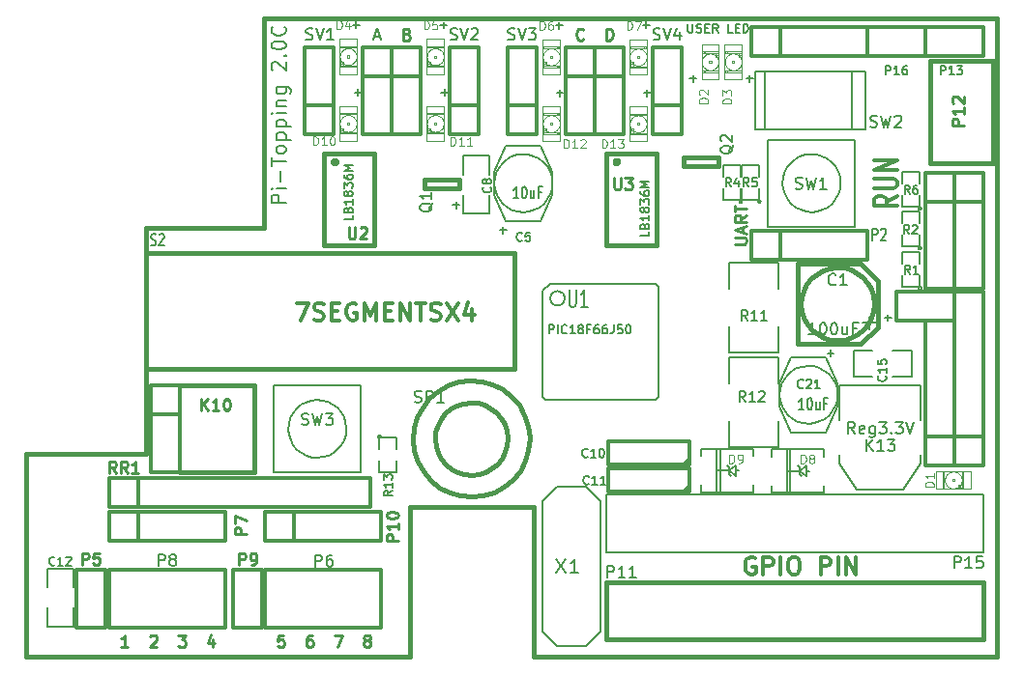
<source format=gto>
G04 (created by PCBNEW-RS274X (2012-01-19 BZR 3256)-stable) date 30/5/2556 14:25:47*
G01*
G70*
G90*
%MOIN*%
G04 Gerber Fmt 3.4, Leading zero omitted, Abs format*
%FSLAX34Y34*%
G04 APERTURE LIST*
%ADD10C,0.006000*%
%ADD11C,0.012000*%
%ADD12C,0.007500*%
%ADD13C,0.010000*%
%ADD14C,0.015000*%
%ADD15C,0.008000*%
%ADD16C,0.002600*%
%ADD17C,0.004000*%
%ADD18C,0.005000*%
%ADD19C,0.005900*%
%ADD20C,0.003500*%
%ADD21C,0.006200*%
G04 APERTURE END LIST*
G54D10*
G54D11*
X64564Y-46831D02*
X64507Y-46803D01*
X64421Y-46803D01*
X64336Y-46831D01*
X64278Y-46889D01*
X64250Y-46946D01*
X64221Y-47060D01*
X64221Y-47146D01*
X64250Y-47260D01*
X64278Y-47317D01*
X64336Y-47374D01*
X64421Y-47403D01*
X64478Y-47403D01*
X64564Y-47374D01*
X64593Y-47346D01*
X64593Y-47146D01*
X64478Y-47146D01*
X64850Y-47403D02*
X64850Y-46803D01*
X65078Y-46803D01*
X65136Y-46831D01*
X65164Y-46860D01*
X65193Y-46917D01*
X65193Y-47003D01*
X65164Y-47060D01*
X65136Y-47089D01*
X65078Y-47117D01*
X64850Y-47117D01*
X65450Y-47403D02*
X65450Y-46803D01*
X65850Y-46803D02*
X65964Y-46803D01*
X66022Y-46831D01*
X66079Y-46889D01*
X66107Y-47003D01*
X66107Y-47203D01*
X66079Y-47317D01*
X66022Y-47374D01*
X65964Y-47403D01*
X65850Y-47403D01*
X65793Y-47374D01*
X65736Y-47317D01*
X65707Y-47203D01*
X65707Y-47003D01*
X65736Y-46889D01*
X65793Y-46831D01*
X65850Y-46803D01*
X66822Y-47403D02*
X66822Y-46803D01*
X67050Y-46803D01*
X67108Y-46831D01*
X67136Y-46860D01*
X67165Y-46917D01*
X67165Y-47003D01*
X67136Y-47060D01*
X67108Y-47089D01*
X67050Y-47117D01*
X66822Y-47117D01*
X67422Y-47403D02*
X67422Y-46803D01*
X67708Y-47403D02*
X67708Y-46803D01*
X68051Y-47403D01*
X68051Y-46803D01*
G54D12*
X48392Y-34584D02*
X47892Y-34584D01*
X47892Y-34393D01*
X47916Y-34346D01*
X47940Y-34322D01*
X47988Y-34298D01*
X48059Y-34298D01*
X48107Y-34322D01*
X48130Y-34346D01*
X48154Y-34393D01*
X48154Y-34584D01*
X48392Y-34084D02*
X48059Y-34084D01*
X47892Y-34084D02*
X47916Y-34108D01*
X47940Y-34084D01*
X47916Y-34060D01*
X47892Y-34084D01*
X47940Y-34084D01*
X48202Y-33846D02*
X48202Y-33465D01*
X47892Y-33298D02*
X47892Y-33013D01*
X48392Y-33156D02*
X47892Y-33156D01*
X48392Y-32775D02*
X48369Y-32822D01*
X48345Y-32846D01*
X48297Y-32870D01*
X48154Y-32870D01*
X48107Y-32846D01*
X48083Y-32822D01*
X48059Y-32775D01*
X48059Y-32703D01*
X48083Y-32655D01*
X48107Y-32632D01*
X48154Y-32608D01*
X48297Y-32608D01*
X48345Y-32632D01*
X48369Y-32655D01*
X48392Y-32703D01*
X48392Y-32775D01*
X48059Y-32394D02*
X48559Y-32394D01*
X48083Y-32394D02*
X48059Y-32346D01*
X48059Y-32251D01*
X48083Y-32203D01*
X48107Y-32180D01*
X48154Y-32156D01*
X48297Y-32156D01*
X48345Y-32180D01*
X48369Y-32203D01*
X48392Y-32251D01*
X48392Y-32346D01*
X48369Y-32394D01*
X48059Y-31942D02*
X48559Y-31942D01*
X48083Y-31942D02*
X48059Y-31894D01*
X48059Y-31799D01*
X48083Y-31751D01*
X48107Y-31728D01*
X48154Y-31704D01*
X48297Y-31704D01*
X48345Y-31728D01*
X48369Y-31751D01*
X48392Y-31799D01*
X48392Y-31894D01*
X48369Y-31942D01*
X48392Y-31490D02*
X48059Y-31490D01*
X47892Y-31490D02*
X47916Y-31514D01*
X47940Y-31490D01*
X47916Y-31466D01*
X47892Y-31490D01*
X47940Y-31490D01*
X48059Y-31252D02*
X48392Y-31252D01*
X48107Y-31252D02*
X48083Y-31228D01*
X48059Y-31181D01*
X48059Y-31109D01*
X48083Y-31061D01*
X48130Y-31038D01*
X48392Y-31038D01*
X48059Y-30586D02*
X48464Y-30586D01*
X48511Y-30609D01*
X48535Y-30633D01*
X48559Y-30681D01*
X48559Y-30752D01*
X48535Y-30800D01*
X48369Y-30586D02*
X48392Y-30633D01*
X48392Y-30729D01*
X48369Y-30776D01*
X48345Y-30800D01*
X48297Y-30824D01*
X48154Y-30824D01*
X48107Y-30800D01*
X48083Y-30776D01*
X48059Y-30729D01*
X48059Y-30633D01*
X48083Y-30586D01*
X47940Y-29991D02*
X47916Y-29967D01*
X47892Y-29919D01*
X47892Y-29800D01*
X47916Y-29753D01*
X47940Y-29729D01*
X47988Y-29705D01*
X48035Y-29705D01*
X48107Y-29729D01*
X48392Y-30015D01*
X48392Y-29705D01*
X48345Y-29491D02*
X48369Y-29467D01*
X48392Y-29491D01*
X48369Y-29515D01*
X48345Y-29491D01*
X48392Y-29491D01*
X47892Y-29158D02*
X47892Y-29110D01*
X47916Y-29062D01*
X47940Y-29039D01*
X47988Y-29015D01*
X48083Y-28991D01*
X48202Y-28991D01*
X48297Y-29015D01*
X48345Y-29039D01*
X48369Y-29062D01*
X48392Y-29110D01*
X48392Y-29158D01*
X48369Y-29205D01*
X48345Y-29229D01*
X48297Y-29253D01*
X48202Y-29277D01*
X48083Y-29277D01*
X47988Y-29253D01*
X47940Y-29229D01*
X47916Y-29205D01*
X47892Y-29158D01*
X48345Y-28491D02*
X48369Y-28515D01*
X48392Y-28586D01*
X48392Y-28634D01*
X48369Y-28706D01*
X48321Y-28753D01*
X48273Y-28777D01*
X48178Y-28801D01*
X48107Y-28801D01*
X48011Y-28777D01*
X47964Y-28753D01*
X47916Y-28706D01*
X47892Y-28634D01*
X47892Y-28586D01*
X47916Y-28515D01*
X47940Y-28491D01*
X69032Y-38542D02*
X69261Y-38542D01*
X69147Y-38656D02*
X69147Y-38428D01*
X67058Y-39760D02*
X67287Y-39760D01*
X67173Y-39874D02*
X67173Y-39646D01*
X54152Y-34653D02*
X54381Y-34653D01*
X54267Y-34767D02*
X54267Y-34539D01*
X55763Y-35517D02*
X55992Y-35517D01*
X55878Y-35631D02*
X55878Y-35403D01*
X60734Y-30783D02*
X60963Y-30783D01*
X60849Y-30897D02*
X60849Y-30669D01*
X60693Y-28438D02*
X60922Y-28438D01*
X60808Y-28552D02*
X60808Y-28324D01*
X57723Y-30787D02*
X57952Y-30787D01*
X57838Y-30901D02*
X57838Y-30673D01*
X57693Y-28447D02*
X57922Y-28447D01*
X57808Y-28561D02*
X57808Y-28333D01*
X53750Y-30769D02*
X53979Y-30769D01*
X53865Y-30883D02*
X53865Y-30655D01*
X53706Y-28443D02*
X53935Y-28443D01*
X53821Y-28557D02*
X53821Y-28329D01*
X50762Y-30765D02*
X50991Y-30765D01*
X50877Y-30879D02*
X50877Y-30651D01*
X50703Y-28432D02*
X50932Y-28432D01*
X50818Y-28546D02*
X50818Y-28318D01*
X62310Y-30288D02*
X62539Y-30288D01*
X62425Y-30402D02*
X62425Y-30174D01*
X64268Y-30283D02*
X64497Y-30283D01*
X64383Y-30397D02*
X64383Y-30169D01*
G54D10*
X62248Y-28396D02*
X62248Y-28639D01*
X62263Y-28668D01*
X62277Y-28682D01*
X62306Y-28696D01*
X62363Y-28696D01*
X62391Y-28682D01*
X62406Y-28668D01*
X62420Y-28639D01*
X62420Y-28396D01*
X62548Y-28682D02*
X62591Y-28696D01*
X62662Y-28696D01*
X62691Y-28682D01*
X62705Y-28668D01*
X62720Y-28639D01*
X62720Y-28611D01*
X62705Y-28582D01*
X62691Y-28568D01*
X62662Y-28554D01*
X62605Y-28539D01*
X62577Y-28525D01*
X62562Y-28511D01*
X62548Y-28482D01*
X62548Y-28454D01*
X62562Y-28425D01*
X62577Y-28411D01*
X62605Y-28396D01*
X62677Y-28396D01*
X62720Y-28411D01*
X62848Y-28539D02*
X62948Y-28539D01*
X62991Y-28696D02*
X62848Y-28696D01*
X62848Y-28396D01*
X62991Y-28396D01*
X63291Y-28696D02*
X63191Y-28554D01*
X63119Y-28696D02*
X63119Y-28396D01*
X63234Y-28396D01*
X63262Y-28411D01*
X63277Y-28425D01*
X63291Y-28454D01*
X63291Y-28496D01*
X63277Y-28525D01*
X63262Y-28539D01*
X63234Y-28554D01*
X63119Y-28554D01*
X63791Y-28696D02*
X63648Y-28696D01*
X63648Y-28396D01*
X63891Y-28539D02*
X63991Y-28539D01*
X64034Y-28696D02*
X63891Y-28696D01*
X63891Y-28396D01*
X64034Y-28396D01*
X64162Y-28696D02*
X64162Y-28396D01*
X64234Y-28396D01*
X64277Y-28411D01*
X64305Y-28439D01*
X64320Y-28468D01*
X64334Y-28525D01*
X64334Y-28568D01*
X64320Y-28625D01*
X64305Y-28654D01*
X64277Y-28682D01*
X64234Y-28696D01*
X64162Y-28696D01*
G54D13*
X63868Y-35995D02*
X64192Y-35995D01*
X64230Y-35976D01*
X64249Y-35957D01*
X64268Y-35919D01*
X64268Y-35842D01*
X64249Y-35804D01*
X64230Y-35785D01*
X64192Y-35766D01*
X63868Y-35766D01*
X64154Y-35595D02*
X64154Y-35404D01*
X64268Y-35633D02*
X63868Y-35500D01*
X64268Y-35366D01*
X64268Y-35004D02*
X64077Y-35138D01*
X64268Y-35233D02*
X63868Y-35233D01*
X63868Y-35080D01*
X63887Y-35042D01*
X63906Y-35023D01*
X63944Y-35004D01*
X64001Y-35004D01*
X64039Y-35023D01*
X64058Y-35042D01*
X64077Y-35080D01*
X64077Y-35233D01*
X63868Y-34890D02*
X63868Y-34661D01*
X64268Y-34776D02*
X63868Y-34776D01*
G54D11*
X69476Y-34337D02*
X69095Y-34537D01*
X69476Y-34680D02*
X68676Y-34680D01*
X68676Y-34452D01*
X68714Y-34394D01*
X68752Y-34366D01*
X68828Y-34337D01*
X68942Y-34337D01*
X69019Y-34366D01*
X69057Y-34394D01*
X69095Y-34452D01*
X69095Y-34680D01*
X68676Y-34080D02*
X69323Y-34080D01*
X69400Y-34052D01*
X69438Y-34023D01*
X69476Y-33966D01*
X69476Y-33852D01*
X69438Y-33794D01*
X69400Y-33766D01*
X69323Y-33737D01*
X68676Y-33737D01*
X69476Y-33451D02*
X68676Y-33451D01*
X69476Y-33108D01*
X68676Y-33108D01*
G54D13*
X48318Y-49504D02*
X48127Y-49504D01*
X48108Y-49694D01*
X48127Y-49675D01*
X48165Y-49656D01*
X48261Y-49656D01*
X48299Y-49675D01*
X48318Y-49694D01*
X48337Y-49732D01*
X48337Y-49828D01*
X48318Y-49866D01*
X48299Y-49885D01*
X48261Y-49904D01*
X48165Y-49904D01*
X48127Y-49885D01*
X48108Y-49866D01*
X49290Y-49504D02*
X49213Y-49504D01*
X49175Y-49523D01*
X49156Y-49542D01*
X49118Y-49599D01*
X49099Y-49675D01*
X49099Y-49828D01*
X49118Y-49866D01*
X49137Y-49885D01*
X49175Y-49904D01*
X49252Y-49904D01*
X49290Y-49885D01*
X49309Y-49866D01*
X49328Y-49828D01*
X49328Y-49732D01*
X49309Y-49694D01*
X49290Y-49675D01*
X49252Y-49656D01*
X49175Y-49656D01*
X49137Y-49675D01*
X49118Y-49694D01*
X49099Y-49732D01*
X50071Y-49504D02*
X50338Y-49504D01*
X50166Y-49904D01*
X51157Y-49675D02*
X51119Y-49656D01*
X51100Y-49637D01*
X51081Y-49599D01*
X51081Y-49580D01*
X51100Y-49542D01*
X51119Y-49523D01*
X51157Y-49504D01*
X51234Y-49504D01*
X51272Y-49523D01*
X51291Y-49542D01*
X51310Y-49580D01*
X51310Y-49599D01*
X51291Y-49637D01*
X51272Y-49656D01*
X51234Y-49675D01*
X51157Y-49675D01*
X51119Y-49694D01*
X51100Y-49713D01*
X51081Y-49752D01*
X51081Y-49828D01*
X51100Y-49866D01*
X51119Y-49885D01*
X51157Y-49904D01*
X51234Y-49904D01*
X51272Y-49885D01*
X51291Y-49866D01*
X51310Y-49828D01*
X51310Y-49752D01*
X51291Y-49713D01*
X51272Y-49694D01*
X51234Y-49675D01*
X42949Y-49903D02*
X42720Y-49903D01*
X42834Y-49903D02*
X42834Y-49503D01*
X42796Y-49560D01*
X42758Y-49598D01*
X42720Y-49617D01*
X43711Y-49541D02*
X43730Y-49522D01*
X43768Y-49503D01*
X43864Y-49503D01*
X43902Y-49522D01*
X43921Y-49541D01*
X43940Y-49579D01*
X43940Y-49617D01*
X43921Y-49674D01*
X43692Y-49903D01*
X43940Y-49903D01*
X44683Y-49503D02*
X44931Y-49503D01*
X44797Y-49655D01*
X44855Y-49655D01*
X44893Y-49674D01*
X44912Y-49693D01*
X44931Y-49731D01*
X44931Y-49827D01*
X44912Y-49865D01*
X44893Y-49884D01*
X44855Y-49903D01*
X44740Y-49903D01*
X44702Y-49884D01*
X44683Y-49865D01*
X45884Y-49636D02*
X45884Y-49903D01*
X45788Y-49484D02*
X45693Y-49770D01*
X45941Y-49770D01*
G54D12*
X61057Y-28934D02*
X61114Y-28953D01*
X61210Y-28953D01*
X61248Y-28934D01*
X61267Y-28915D01*
X61286Y-28877D01*
X61286Y-28839D01*
X61267Y-28801D01*
X61248Y-28781D01*
X61210Y-28762D01*
X61133Y-28743D01*
X61095Y-28724D01*
X61076Y-28705D01*
X61057Y-28667D01*
X61057Y-28629D01*
X61076Y-28591D01*
X61095Y-28572D01*
X61133Y-28553D01*
X61229Y-28553D01*
X61286Y-28572D01*
X61400Y-28553D02*
X61533Y-28953D01*
X61667Y-28553D01*
X61972Y-28686D02*
X61972Y-28953D01*
X61876Y-28534D02*
X61781Y-28820D01*
X62029Y-28820D01*
X56050Y-28931D02*
X56107Y-28950D01*
X56203Y-28950D01*
X56241Y-28931D01*
X56260Y-28912D01*
X56279Y-28874D01*
X56279Y-28836D01*
X56260Y-28798D01*
X56241Y-28778D01*
X56203Y-28759D01*
X56126Y-28740D01*
X56088Y-28721D01*
X56069Y-28702D01*
X56050Y-28664D01*
X56050Y-28626D01*
X56069Y-28588D01*
X56088Y-28569D01*
X56126Y-28550D01*
X56222Y-28550D01*
X56279Y-28569D01*
X56393Y-28550D02*
X56526Y-28950D01*
X56660Y-28550D01*
X56755Y-28550D02*
X57003Y-28550D01*
X56869Y-28702D01*
X56927Y-28702D01*
X56965Y-28721D01*
X56984Y-28740D01*
X57003Y-28778D01*
X57003Y-28874D01*
X56984Y-28912D01*
X56965Y-28931D01*
X56927Y-28950D01*
X56812Y-28950D01*
X56774Y-28931D01*
X56755Y-28912D01*
X54064Y-28931D02*
X54121Y-28950D01*
X54217Y-28950D01*
X54255Y-28931D01*
X54274Y-28912D01*
X54293Y-28874D01*
X54293Y-28836D01*
X54274Y-28798D01*
X54255Y-28778D01*
X54217Y-28759D01*
X54140Y-28740D01*
X54102Y-28721D01*
X54083Y-28702D01*
X54064Y-28664D01*
X54064Y-28626D01*
X54083Y-28588D01*
X54102Y-28569D01*
X54140Y-28550D01*
X54236Y-28550D01*
X54293Y-28569D01*
X54407Y-28550D02*
X54540Y-28950D01*
X54674Y-28550D01*
X54788Y-28588D02*
X54807Y-28569D01*
X54845Y-28550D01*
X54941Y-28550D01*
X54979Y-28569D01*
X54998Y-28588D01*
X55017Y-28626D01*
X55017Y-28664D01*
X54998Y-28721D01*
X54769Y-28950D01*
X55017Y-28950D01*
X49087Y-28931D02*
X49144Y-28950D01*
X49240Y-28950D01*
X49278Y-28931D01*
X49297Y-28912D01*
X49316Y-28874D01*
X49316Y-28836D01*
X49297Y-28798D01*
X49278Y-28778D01*
X49240Y-28759D01*
X49163Y-28740D01*
X49125Y-28721D01*
X49106Y-28702D01*
X49087Y-28664D01*
X49087Y-28626D01*
X49106Y-28588D01*
X49125Y-28569D01*
X49163Y-28550D01*
X49259Y-28550D01*
X49316Y-28569D01*
X49430Y-28550D02*
X49563Y-28950D01*
X49697Y-28550D01*
X50040Y-28950D02*
X49811Y-28950D01*
X49925Y-28950D02*
X49925Y-28550D01*
X49887Y-28607D01*
X49849Y-28645D01*
X49811Y-28664D01*
G54D13*
X59433Y-28962D02*
X59433Y-28562D01*
X59528Y-28562D01*
X59586Y-28581D01*
X59624Y-28619D01*
X59643Y-28657D01*
X59662Y-28733D01*
X59662Y-28790D01*
X59643Y-28867D01*
X59624Y-28905D01*
X59586Y-28943D01*
X59528Y-28962D01*
X59433Y-28962D01*
X58654Y-28924D02*
X58635Y-28943D01*
X58578Y-28962D01*
X58540Y-28962D01*
X58482Y-28943D01*
X58444Y-28905D01*
X58425Y-28867D01*
X58406Y-28790D01*
X58406Y-28733D01*
X58425Y-28657D01*
X58444Y-28619D01*
X58482Y-28581D01*
X58540Y-28562D01*
X58578Y-28562D01*
X58635Y-28581D01*
X58654Y-28600D01*
X52571Y-28757D02*
X52628Y-28776D01*
X52647Y-28795D01*
X52666Y-28834D01*
X52666Y-28891D01*
X52647Y-28929D01*
X52628Y-28948D01*
X52590Y-28967D01*
X52437Y-28967D01*
X52437Y-28567D01*
X52571Y-28567D01*
X52609Y-28586D01*
X52628Y-28605D01*
X52647Y-28643D01*
X52647Y-28681D01*
X52628Y-28719D01*
X52609Y-28738D01*
X52571Y-28757D01*
X52437Y-28757D01*
G54D12*
X51439Y-28839D02*
X51630Y-28839D01*
X51401Y-28953D02*
X51534Y-28553D01*
X51668Y-28953D01*
G54D14*
X47642Y-35441D02*
X43587Y-35441D01*
X48036Y-28197D02*
X47642Y-28197D01*
X57327Y-50244D02*
X56933Y-50244D01*
X56933Y-45087D02*
X52681Y-45087D01*
X72445Y-47685D02*
X72445Y-49654D01*
X72445Y-49654D02*
X59453Y-49654D01*
X59453Y-49654D02*
X59453Y-47685D01*
X59453Y-47685D02*
X72445Y-47685D01*
X72918Y-50244D02*
X72918Y-28197D01*
X72918Y-28197D02*
X48036Y-28197D01*
X47642Y-28197D02*
X47642Y-35441D01*
X43587Y-35441D02*
X43587Y-43236D01*
X43587Y-43236D02*
X39453Y-43236D01*
X39453Y-43236D02*
X39453Y-50244D01*
X39453Y-50244D02*
X52682Y-50244D01*
X52682Y-50244D02*
X52682Y-45087D01*
X56933Y-45087D02*
X56933Y-50244D01*
X57327Y-50244D02*
X72918Y-50244D01*
X72918Y-50244D02*
X72918Y-28197D01*
X72918Y-28197D02*
X72918Y-50244D01*
G54D15*
X72449Y-49670D02*
X72449Y-47670D01*
X72449Y-47670D02*
X59449Y-47670D01*
X72449Y-47670D02*
X59449Y-47670D01*
X59449Y-49670D02*
X72449Y-49670D01*
X72449Y-49670D02*
X72449Y-47670D01*
X59449Y-47670D02*
X59449Y-49670D01*
G54D11*
X64443Y-35527D02*
X64443Y-35527D01*
X64443Y-36527D02*
X64443Y-35527D01*
X64443Y-35527D02*
X64443Y-35527D01*
X64443Y-35527D02*
X68443Y-35527D01*
X68443Y-35527D02*
X68443Y-36527D01*
X68443Y-36527D02*
X64443Y-36527D01*
X65443Y-36527D02*
X65443Y-35527D01*
G54D16*
X71361Y-44184D02*
X71439Y-44184D01*
X71439Y-44184D02*
X71439Y-44106D01*
X71361Y-44106D02*
X71439Y-44106D01*
X71361Y-44184D02*
X71361Y-44106D01*
X71577Y-44420D02*
X71714Y-44420D01*
X71714Y-44420D02*
X71714Y-44322D01*
X71577Y-44322D02*
X71714Y-44322D01*
X71577Y-44420D02*
X71577Y-44322D01*
X71714Y-44420D02*
X71754Y-44420D01*
X71754Y-44420D02*
X71754Y-43949D01*
X71714Y-43949D02*
X71754Y-43949D01*
X71714Y-44420D02*
X71714Y-43949D01*
X71714Y-43929D02*
X71754Y-43929D01*
X71754Y-43929D02*
X71754Y-43870D01*
X71714Y-43870D02*
X71754Y-43870D01*
X71714Y-43929D02*
X71714Y-43870D01*
X71046Y-44420D02*
X71086Y-44420D01*
X71086Y-44420D02*
X71086Y-43949D01*
X71046Y-43949D02*
X71086Y-43949D01*
X71046Y-44420D02*
X71046Y-43949D01*
X71046Y-43929D02*
X71086Y-43929D01*
X71086Y-43929D02*
X71086Y-43870D01*
X71046Y-43870D02*
X71086Y-43870D01*
X71046Y-43929D02*
X71046Y-43870D01*
X71577Y-44420D02*
X71636Y-44420D01*
X71636Y-44420D02*
X71636Y-44322D01*
X71577Y-44322D02*
X71636Y-44322D01*
X71577Y-44420D02*
X71577Y-44322D01*
G54D17*
X72010Y-44440D02*
X70790Y-44440D01*
X70790Y-44440D02*
X70790Y-43850D01*
X70790Y-43850D02*
X72010Y-43850D01*
X72010Y-43850D02*
X72010Y-44440D01*
X71186Y-44341D02*
X71204Y-44359D01*
X71223Y-44375D01*
X71244Y-44390D01*
X71266Y-44402D01*
X71289Y-44413D01*
X71313Y-44422D01*
X71337Y-44428D01*
X71362Y-44433D01*
X71387Y-44435D01*
X71412Y-44435D01*
X71437Y-44433D01*
X71462Y-44429D01*
X71487Y-44422D01*
X71510Y-44414D01*
X71533Y-44403D01*
X71555Y-44390D01*
X71576Y-44376D01*
X71596Y-44359D01*
X71614Y-44341D01*
X71615Y-44340D01*
X71185Y-43950D02*
X71169Y-43969D01*
X71155Y-43990D01*
X71142Y-44012D01*
X71131Y-44035D01*
X71123Y-44059D01*
X71116Y-44084D01*
X71112Y-44109D01*
X71110Y-44134D01*
X71110Y-44158D01*
X71112Y-44183D01*
X71117Y-44208D01*
X71123Y-44233D01*
X71132Y-44257D01*
X71143Y-44280D01*
X71156Y-44302D01*
X71170Y-44322D01*
X71185Y-44340D01*
X71614Y-43949D02*
X71596Y-43931D01*
X71577Y-43915D01*
X71556Y-43900D01*
X71534Y-43888D01*
X71511Y-43877D01*
X71487Y-43868D01*
X71463Y-43862D01*
X71438Y-43857D01*
X71413Y-43855D01*
X71388Y-43855D01*
X71363Y-43857D01*
X71338Y-43861D01*
X71313Y-43868D01*
X71290Y-43876D01*
X71267Y-43887D01*
X71245Y-43900D01*
X71224Y-43914D01*
X71204Y-43931D01*
X71186Y-43949D01*
X71185Y-43950D01*
X71615Y-44340D02*
X71631Y-44321D01*
X71645Y-44300D01*
X71658Y-44278D01*
X71669Y-44255D01*
X71677Y-44231D01*
X71684Y-44206D01*
X71688Y-44181D01*
X71690Y-44156D01*
X71690Y-44132D01*
X71688Y-44107D01*
X71683Y-44082D01*
X71677Y-44057D01*
X71668Y-44033D01*
X71657Y-44010D01*
X71644Y-43988D01*
X71630Y-43968D01*
X71615Y-43950D01*
G54D10*
X57746Y-49866D02*
X57246Y-49366D01*
X57246Y-44866D02*
X57746Y-44366D01*
X58746Y-44366D02*
X59246Y-44866D01*
X58746Y-49866D02*
X59246Y-49366D01*
X57246Y-49366D02*
X57246Y-44866D01*
X57746Y-49866D02*
X58746Y-49866D01*
X59246Y-49366D02*
X59246Y-44866D01*
X58746Y-44366D02*
X57746Y-44366D01*
G54D11*
X42178Y-49237D02*
X41178Y-49237D01*
X41178Y-49237D02*
X41178Y-47237D01*
X41178Y-47237D02*
X42178Y-47237D01*
X42178Y-47237D02*
X42178Y-49237D01*
G54D18*
X67516Y-33897D02*
X67496Y-34091D01*
X67440Y-34278D01*
X67348Y-34450D01*
X67225Y-34601D01*
X67075Y-34726D01*
X66903Y-34818D01*
X66717Y-34876D01*
X66522Y-34896D01*
X66329Y-34879D01*
X66142Y-34824D01*
X65969Y-34733D01*
X65817Y-34611D01*
X65691Y-34461D01*
X65597Y-34290D01*
X65538Y-34104D01*
X65517Y-33910D01*
X65533Y-33717D01*
X65587Y-33529D01*
X65676Y-33356D01*
X65797Y-33203D01*
X65946Y-33076D01*
X66116Y-32981D01*
X66302Y-32921D01*
X66496Y-32898D01*
X66689Y-32913D01*
X66877Y-32965D01*
X67051Y-33053D01*
X67205Y-33173D01*
X67333Y-33321D01*
X67429Y-33491D01*
X67491Y-33676D01*
X67515Y-33870D01*
X67516Y-33897D01*
X65016Y-32397D02*
X68016Y-32397D01*
X68016Y-32397D02*
X68016Y-35397D01*
X68016Y-35397D02*
X65016Y-35397D01*
X65016Y-32397D02*
X65016Y-35397D01*
G54D19*
X64560Y-30040D02*
X64910Y-30040D01*
X64560Y-30290D02*
X64560Y-30040D01*
X68360Y-30040D02*
X67910Y-30040D01*
X68360Y-30640D02*
X68360Y-30040D01*
X68360Y-32040D02*
X68360Y-30640D01*
X64560Y-32040D02*
X64560Y-30240D01*
X68260Y-32040D02*
X68360Y-32040D01*
X64910Y-32040D02*
X64560Y-32040D01*
X67910Y-32040D02*
X68260Y-32040D01*
G54D15*
X64910Y-30040D02*
X67910Y-30040D01*
X67910Y-32040D02*
X64910Y-32040D01*
X64910Y-32040D02*
X64910Y-30040D01*
X67910Y-30040D02*
X67910Y-32040D01*
G54D11*
X47686Y-45237D02*
X47686Y-45237D01*
X47686Y-46237D02*
X47686Y-45237D01*
X47686Y-45237D02*
X47686Y-45237D01*
X47686Y-45237D02*
X51686Y-45237D01*
X51686Y-45237D02*
X51686Y-46237D01*
X51686Y-46237D02*
X47686Y-46237D01*
X48686Y-46237D02*
X48686Y-45237D01*
X47564Y-49245D02*
X46564Y-49245D01*
X46564Y-49245D02*
X46564Y-47245D01*
X46564Y-47245D02*
X47564Y-47245D01*
X47564Y-47245D02*
X47564Y-49245D01*
X62314Y-43604D02*
X59514Y-43604D01*
X59514Y-43604D02*
X59514Y-42804D01*
X59514Y-42804D02*
X62314Y-42804D01*
X62314Y-42804D02*
X62314Y-43604D01*
X62314Y-43404D02*
X62114Y-43604D01*
G54D16*
X63057Y-29749D02*
X63057Y-29671D01*
X63057Y-29671D02*
X62979Y-29671D01*
X62979Y-29749D02*
X62979Y-29671D01*
X63057Y-29749D02*
X62979Y-29749D01*
X63293Y-29533D02*
X63293Y-29396D01*
X63293Y-29396D02*
X63195Y-29396D01*
X63195Y-29533D02*
X63195Y-29396D01*
X63293Y-29533D02*
X63195Y-29533D01*
X63293Y-29396D02*
X63293Y-29356D01*
X63293Y-29356D02*
X62822Y-29356D01*
X62822Y-29396D02*
X62822Y-29356D01*
X63293Y-29396D02*
X62822Y-29396D01*
X62802Y-29396D02*
X62802Y-29356D01*
X62802Y-29356D02*
X62743Y-29356D01*
X62743Y-29396D02*
X62743Y-29356D01*
X62802Y-29396D02*
X62743Y-29396D01*
X63293Y-30064D02*
X63293Y-30024D01*
X63293Y-30024D02*
X62822Y-30024D01*
X62822Y-30064D02*
X62822Y-30024D01*
X63293Y-30064D02*
X62822Y-30064D01*
X62802Y-30064D02*
X62802Y-30024D01*
X62802Y-30024D02*
X62743Y-30024D01*
X62743Y-30064D02*
X62743Y-30024D01*
X62802Y-30064D02*
X62743Y-30064D01*
X63293Y-29533D02*
X63293Y-29474D01*
X63293Y-29474D02*
X63195Y-29474D01*
X63195Y-29533D02*
X63195Y-29474D01*
X63293Y-29533D02*
X63195Y-29533D01*
G54D17*
X63313Y-29100D02*
X63313Y-30320D01*
X63313Y-30320D02*
X62723Y-30320D01*
X62723Y-30320D02*
X62723Y-29100D01*
X62723Y-29100D02*
X63313Y-29100D01*
X63214Y-29924D02*
X63232Y-29906D01*
X63248Y-29887D01*
X63263Y-29866D01*
X63275Y-29844D01*
X63286Y-29821D01*
X63295Y-29797D01*
X63301Y-29773D01*
X63306Y-29748D01*
X63308Y-29723D01*
X63308Y-29698D01*
X63306Y-29673D01*
X63302Y-29648D01*
X63295Y-29623D01*
X63287Y-29600D01*
X63276Y-29577D01*
X63263Y-29555D01*
X63249Y-29534D01*
X63232Y-29514D01*
X63214Y-29496D01*
X63213Y-29495D01*
X62823Y-29925D02*
X62842Y-29941D01*
X62863Y-29955D01*
X62885Y-29968D01*
X62908Y-29979D01*
X62932Y-29987D01*
X62957Y-29994D01*
X62982Y-29998D01*
X63007Y-30000D01*
X63031Y-30000D01*
X63056Y-29998D01*
X63081Y-29993D01*
X63106Y-29987D01*
X63130Y-29978D01*
X63153Y-29967D01*
X63175Y-29954D01*
X63195Y-29940D01*
X63213Y-29925D01*
X62822Y-29496D02*
X62804Y-29514D01*
X62788Y-29533D01*
X62773Y-29554D01*
X62761Y-29576D01*
X62750Y-29599D01*
X62741Y-29623D01*
X62735Y-29647D01*
X62730Y-29672D01*
X62728Y-29697D01*
X62728Y-29722D01*
X62730Y-29747D01*
X62734Y-29772D01*
X62741Y-29797D01*
X62749Y-29820D01*
X62760Y-29843D01*
X62773Y-29865D01*
X62787Y-29886D01*
X62804Y-29906D01*
X62822Y-29924D01*
X62823Y-29925D01*
X63213Y-29495D02*
X63194Y-29479D01*
X63173Y-29465D01*
X63151Y-29452D01*
X63128Y-29441D01*
X63104Y-29433D01*
X63079Y-29426D01*
X63054Y-29422D01*
X63029Y-29420D01*
X63005Y-29420D01*
X62980Y-29422D01*
X62955Y-29427D01*
X62930Y-29433D01*
X62906Y-29442D01*
X62883Y-29453D01*
X62861Y-29466D01*
X62841Y-29480D01*
X62823Y-29495D01*
G54D16*
X63854Y-29748D02*
X63854Y-29670D01*
X63854Y-29670D02*
X63776Y-29670D01*
X63776Y-29748D02*
X63776Y-29670D01*
X63854Y-29748D02*
X63776Y-29748D01*
X64090Y-29532D02*
X64090Y-29395D01*
X64090Y-29395D02*
X63992Y-29395D01*
X63992Y-29532D02*
X63992Y-29395D01*
X64090Y-29532D02*
X63992Y-29532D01*
X64090Y-29395D02*
X64090Y-29355D01*
X64090Y-29355D02*
X63619Y-29355D01*
X63619Y-29395D02*
X63619Y-29355D01*
X64090Y-29395D02*
X63619Y-29395D01*
X63599Y-29395D02*
X63599Y-29355D01*
X63599Y-29355D02*
X63540Y-29355D01*
X63540Y-29395D02*
X63540Y-29355D01*
X63599Y-29395D02*
X63540Y-29395D01*
X64090Y-30063D02*
X64090Y-30023D01*
X64090Y-30023D02*
X63619Y-30023D01*
X63619Y-30063D02*
X63619Y-30023D01*
X64090Y-30063D02*
X63619Y-30063D01*
X63599Y-30063D02*
X63599Y-30023D01*
X63599Y-30023D02*
X63540Y-30023D01*
X63540Y-30063D02*
X63540Y-30023D01*
X63599Y-30063D02*
X63540Y-30063D01*
X64090Y-29532D02*
X64090Y-29473D01*
X64090Y-29473D02*
X63992Y-29473D01*
X63992Y-29532D02*
X63992Y-29473D01*
X64090Y-29532D02*
X63992Y-29532D01*
G54D17*
X64110Y-29099D02*
X64110Y-30319D01*
X64110Y-30319D02*
X63520Y-30319D01*
X63520Y-30319D02*
X63520Y-29099D01*
X63520Y-29099D02*
X64110Y-29099D01*
X64011Y-29923D02*
X64029Y-29905D01*
X64045Y-29886D01*
X64060Y-29865D01*
X64072Y-29843D01*
X64083Y-29820D01*
X64092Y-29796D01*
X64098Y-29772D01*
X64103Y-29747D01*
X64105Y-29722D01*
X64105Y-29697D01*
X64103Y-29672D01*
X64099Y-29647D01*
X64092Y-29622D01*
X64084Y-29599D01*
X64073Y-29576D01*
X64060Y-29554D01*
X64046Y-29533D01*
X64029Y-29513D01*
X64011Y-29495D01*
X64010Y-29494D01*
X63620Y-29924D02*
X63639Y-29940D01*
X63660Y-29954D01*
X63682Y-29967D01*
X63705Y-29978D01*
X63729Y-29986D01*
X63754Y-29993D01*
X63779Y-29997D01*
X63804Y-29999D01*
X63828Y-29999D01*
X63853Y-29997D01*
X63878Y-29992D01*
X63903Y-29986D01*
X63927Y-29977D01*
X63950Y-29966D01*
X63972Y-29953D01*
X63992Y-29939D01*
X64010Y-29924D01*
X63619Y-29495D02*
X63601Y-29513D01*
X63585Y-29532D01*
X63570Y-29553D01*
X63558Y-29575D01*
X63547Y-29598D01*
X63538Y-29622D01*
X63532Y-29646D01*
X63527Y-29671D01*
X63525Y-29696D01*
X63525Y-29721D01*
X63527Y-29746D01*
X63531Y-29771D01*
X63538Y-29796D01*
X63546Y-29819D01*
X63557Y-29842D01*
X63570Y-29864D01*
X63584Y-29885D01*
X63601Y-29905D01*
X63619Y-29923D01*
X63620Y-29924D01*
X64010Y-29494D02*
X63991Y-29478D01*
X63970Y-29464D01*
X63948Y-29451D01*
X63925Y-29440D01*
X63901Y-29432D01*
X63876Y-29425D01*
X63851Y-29421D01*
X63826Y-29419D01*
X63802Y-29419D01*
X63777Y-29421D01*
X63752Y-29426D01*
X63727Y-29432D01*
X63703Y-29441D01*
X63680Y-29452D01*
X63658Y-29465D01*
X63638Y-29479D01*
X63620Y-29494D01*
G54D15*
X57253Y-37621D02*
X57503Y-37371D01*
X57503Y-37371D02*
X61153Y-37371D01*
X61153Y-37371D02*
X61253Y-37471D01*
X61253Y-37471D02*
X61253Y-41271D01*
X61253Y-41271D02*
X61153Y-41371D01*
X61153Y-41371D02*
X57353Y-41371D01*
X57353Y-41371D02*
X57253Y-41271D01*
X57253Y-41271D02*
X57253Y-37621D01*
X58003Y-37871D02*
X57998Y-37919D01*
X57984Y-37966D01*
X57961Y-38009D01*
X57930Y-38047D01*
X57892Y-38078D01*
X57849Y-38101D01*
X57803Y-38115D01*
X57754Y-38120D01*
X57707Y-38116D01*
X57660Y-38102D01*
X57617Y-38080D01*
X57579Y-38049D01*
X57547Y-38012D01*
X57524Y-37969D01*
X57509Y-37922D01*
X57504Y-37874D01*
X57508Y-37826D01*
X57521Y-37779D01*
X57543Y-37736D01*
X57574Y-37698D01*
X57611Y-37666D01*
X57653Y-37642D01*
X57700Y-37627D01*
X57748Y-37622D01*
X57796Y-37625D01*
X57843Y-37638D01*
X57886Y-37660D01*
X57925Y-37690D01*
X57957Y-37727D01*
X57981Y-37770D01*
X57996Y-37816D01*
X58002Y-37865D01*
X58003Y-37871D01*
G54D11*
X51038Y-29192D02*
X52038Y-29192D01*
X52038Y-29192D02*
X52038Y-32192D01*
X52038Y-32192D02*
X51038Y-32192D01*
X51038Y-32192D02*
X51038Y-29192D01*
X52038Y-30192D02*
X51038Y-30192D01*
X52038Y-29192D02*
X53038Y-29192D01*
X53038Y-29192D02*
X53038Y-32192D01*
X53038Y-32192D02*
X52038Y-32192D01*
X52038Y-32192D02*
X52038Y-29192D01*
X53038Y-30192D02*
X52038Y-30192D01*
G54D14*
X56261Y-36304D02*
X56261Y-40320D01*
X56261Y-40320D02*
X43584Y-40320D01*
X43584Y-36304D02*
X43584Y-40320D01*
X43584Y-36304D02*
X56261Y-36304D01*
G54D15*
X70280Y-42080D02*
X70280Y-40880D01*
X70280Y-40880D02*
X67480Y-40880D01*
X67480Y-40880D02*
X67480Y-42080D01*
X70280Y-43280D02*
X70280Y-43580D01*
X70280Y-43580D02*
X69680Y-44480D01*
X69680Y-44480D02*
X68080Y-44480D01*
X68080Y-44480D02*
X67480Y-43580D01*
X67480Y-43580D02*
X67480Y-43280D01*
G54D11*
X51304Y-44064D02*
X51304Y-45064D01*
X51304Y-45064D02*
X42304Y-45064D01*
X42304Y-45064D02*
X42304Y-44064D01*
X51304Y-44064D02*
X42304Y-44064D01*
X43304Y-44064D02*
X43304Y-45064D01*
X62038Y-32192D02*
X61038Y-32192D01*
X61038Y-32192D02*
X61038Y-29192D01*
X61038Y-29192D02*
X62038Y-29192D01*
X62038Y-29192D02*
X62038Y-32192D01*
X61038Y-31192D02*
X62038Y-31192D01*
X57038Y-32192D02*
X56038Y-32192D01*
X56038Y-32192D02*
X56038Y-29192D01*
X56038Y-29192D02*
X57038Y-29192D01*
X57038Y-29192D02*
X57038Y-32192D01*
X56038Y-31192D02*
X57038Y-31192D01*
X55038Y-32192D02*
X54038Y-32192D01*
X54038Y-32192D02*
X54038Y-29192D01*
X54038Y-29192D02*
X55038Y-29192D01*
X55038Y-29192D02*
X55038Y-32192D01*
X54038Y-31192D02*
X55038Y-31192D01*
X50038Y-32192D02*
X49038Y-32192D01*
X49038Y-32192D02*
X49038Y-29192D01*
X49038Y-29192D02*
X50038Y-29192D01*
X50038Y-29192D02*
X50038Y-32192D01*
X49038Y-31192D02*
X50038Y-31192D01*
G54D14*
X50126Y-33163D02*
X50124Y-33173D01*
X50121Y-33183D01*
X50116Y-33193D01*
X50110Y-33201D01*
X50101Y-33208D01*
X50092Y-33213D01*
X50082Y-33216D01*
X50071Y-33217D01*
X50061Y-33217D01*
X50051Y-33213D01*
X50041Y-33209D01*
X50033Y-33202D01*
X50026Y-33194D01*
X50021Y-33184D01*
X50018Y-33174D01*
X50017Y-33163D01*
X50017Y-33154D01*
X50020Y-33143D01*
X50025Y-33134D01*
X50032Y-33125D01*
X50040Y-33118D01*
X50049Y-33113D01*
X50060Y-33110D01*
X50070Y-33109D01*
X50080Y-33109D01*
X50090Y-33112D01*
X50100Y-33117D01*
X50108Y-33124D01*
X50115Y-33132D01*
X50121Y-33141D01*
X50124Y-33151D01*
X50125Y-33162D01*
X50126Y-33163D01*
X51448Y-32887D02*
X51448Y-36037D01*
X51448Y-36037D02*
X49716Y-36037D01*
X49716Y-32887D02*
X49716Y-36037D01*
X49716Y-32887D02*
X51448Y-32887D01*
X59834Y-33151D02*
X59832Y-33161D01*
X59829Y-33171D01*
X59824Y-33181D01*
X59818Y-33189D01*
X59809Y-33196D01*
X59800Y-33201D01*
X59790Y-33204D01*
X59779Y-33205D01*
X59769Y-33205D01*
X59759Y-33201D01*
X59749Y-33197D01*
X59741Y-33190D01*
X59734Y-33182D01*
X59729Y-33172D01*
X59726Y-33162D01*
X59725Y-33151D01*
X59725Y-33142D01*
X59728Y-33131D01*
X59733Y-33122D01*
X59740Y-33113D01*
X59748Y-33106D01*
X59757Y-33101D01*
X59768Y-33098D01*
X59778Y-33097D01*
X59788Y-33097D01*
X59798Y-33100D01*
X59808Y-33105D01*
X59816Y-33112D01*
X59823Y-33120D01*
X59829Y-33129D01*
X59832Y-33139D01*
X59833Y-33150D01*
X59834Y-33151D01*
X61156Y-32875D02*
X61156Y-36025D01*
X61156Y-36025D02*
X59424Y-36025D01*
X59424Y-32875D02*
X59424Y-36025D01*
X59424Y-32875D02*
X61156Y-32875D01*
X47308Y-40865D02*
X47308Y-43857D01*
X44748Y-40865D02*
X47307Y-40865D01*
X44749Y-43858D02*
X47308Y-43858D01*
G54D11*
X43737Y-40861D02*
X44737Y-40861D01*
X44737Y-40861D02*
X44737Y-43861D01*
X44737Y-43861D02*
X43737Y-43861D01*
X43737Y-43861D02*
X43737Y-40861D01*
X44737Y-41861D02*
X43737Y-41861D01*
G54D15*
X57580Y-33900D02*
X57580Y-34300D01*
X57580Y-34300D02*
X57180Y-35200D01*
X57180Y-35200D02*
X55980Y-35200D01*
X55980Y-35200D02*
X55580Y-34300D01*
X55580Y-34300D02*
X55580Y-33500D01*
X55580Y-33500D02*
X55980Y-32600D01*
X55980Y-32600D02*
X57180Y-32600D01*
X57180Y-32600D02*
X57580Y-33500D01*
X57580Y-33500D02*
X57580Y-33900D01*
X57580Y-33900D02*
X57560Y-34094D01*
X57504Y-34281D01*
X57412Y-34453D01*
X57289Y-34604D01*
X57139Y-34729D01*
X56967Y-34821D01*
X56781Y-34879D01*
X56586Y-34899D01*
X56393Y-34882D01*
X56206Y-34827D01*
X56033Y-34736D01*
X55881Y-34614D01*
X55755Y-34464D01*
X55661Y-34293D01*
X55602Y-34107D01*
X55581Y-33913D01*
X55597Y-33720D01*
X55651Y-33532D01*
X55740Y-33359D01*
X55861Y-33206D01*
X56010Y-33079D01*
X56180Y-32984D01*
X56366Y-32924D01*
X56560Y-32901D01*
X56753Y-32916D01*
X56941Y-32968D01*
X57115Y-33056D01*
X57269Y-33176D01*
X57397Y-33324D01*
X57493Y-33494D01*
X57555Y-33679D01*
X57579Y-33873D01*
X57580Y-33900D01*
G54D11*
X62314Y-44536D02*
X59514Y-44536D01*
X59514Y-44536D02*
X59514Y-43736D01*
X59514Y-43736D02*
X62314Y-43736D01*
X62314Y-43736D02*
X62314Y-44536D01*
X62314Y-44336D02*
X62114Y-44536D01*
X58038Y-29192D02*
X59038Y-29192D01*
X59038Y-29192D02*
X59038Y-32192D01*
X59038Y-32192D02*
X58038Y-32192D01*
X58038Y-32192D02*
X58038Y-29192D01*
X59038Y-30192D02*
X58038Y-30192D01*
X59038Y-29192D02*
X60038Y-29192D01*
X60038Y-29192D02*
X60038Y-32192D01*
X60038Y-32192D02*
X59038Y-32192D01*
X59038Y-32192D02*
X59038Y-29192D01*
X60038Y-30192D02*
X59038Y-30192D01*
X72450Y-43650D02*
X71450Y-43650D01*
X71450Y-43650D02*
X71450Y-37650D01*
X71450Y-37650D02*
X72450Y-37650D01*
X72450Y-37650D02*
X72450Y-43650D01*
X72450Y-42650D02*
X71450Y-42650D01*
X71450Y-43650D02*
X70450Y-43650D01*
X70450Y-43650D02*
X70450Y-38650D01*
X70450Y-38650D02*
X71450Y-38650D01*
X71450Y-38650D02*
X71450Y-43650D01*
X71450Y-42650D02*
X70450Y-42650D01*
X51686Y-49237D02*
X47686Y-49237D01*
X47686Y-49237D02*
X47686Y-47237D01*
X47686Y-47237D02*
X51686Y-47237D01*
X51686Y-47237D02*
X51686Y-49237D01*
X42300Y-45237D02*
X42300Y-45237D01*
X42300Y-46237D02*
X42300Y-45237D01*
X42300Y-45237D02*
X42300Y-45237D01*
X42300Y-45237D02*
X46300Y-45237D01*
X46300Y-45237D02*
X46300Y-46237D01*
X46300Y-46237D02*
X42300Y-46237D01*
X43300Y-46237D02*
X43300Y-45237D01*
X46300Y-49237D02*
X42300Y-49237D01*
X42300Y-49237D02*
X42300Y-47237D01*
X42300Y-47237D02*
X46300Y-47237D01*
X46300Y-47237D02*
X46300Y-49237D01*
G54D14*
X53162Y-33767D02*
X53162Y-34067D01*
X53162Y-34067D02*
X54362Y-34067D01*
X54362Y-34067D02*
X54362Y-33767D01*
X54362Y-33767D02*
X53162Y-33767D01*
X62094Y-33020D02*
X62094Y-33320D01*
X62094Y-33320D02*
X63294Y-33320D01*
X63294Y-33320D02*
X63294Y-33020D01*
X63294Y-33020D02*
X62094Y-33020D01*
G54D18*
X40177Y-49205D02*
X41077Y-49205D01*
X41077Y-49205D02*
X41077Y-48555D01*
X40177Y-47855D02*
X40177Y-47205D01*
X40177Y-47205D02*
X41077Y-47205D01*
X41077Y-47205D02*
X41077Y-47855D01*
X40177Y-48555D02*
X40177Y-49205D01*
X70300Y-37520D02*
X70299Y-37529D01*
X70296Y-37539D01*
X70291Y-37547D01*
X70285Y-37555D01*
X70277Y-37561D01*
X70269Y-37566D01*
X70260Y-37568D01*
X70250Y-37569D01*
X70241Y-37569D01*
X70232Y-37566D01*
X70223Y-37561D01*
X70216Y-37555D01*
X70209Y-37548D01*
X70205Y-37539D01*
X70202Y-37530D01*
X70201Y-37520D01*
X70201Y-37511D01*
X70204Y-37502D01*
X70208Y-37493D01*
X70215Y-37486D01*
X70222Y-37479D01*
X70230Y-37475D01*
X70240Y-37472D01*
X70249Y-37471D01*
X70258Y-37471D01*
X70268Y-37474D01*
X70276Y-37478D01*
X70284Y-37484D01*
X70290Y-37492D01*
X70295Y-37500D01*
X70298Y-37509D01*
X70299Y-37519D01*
X70300Y-37520D01*
X70250Y-37070D02*
X70250Y-37470D01*
X70250Y-37470D02*
X69650Y-37470D01*
X69650Y-37470D02*
X69650Y-37070D01*
X69650Y-36670D02*
X69650Y-36270D01*
X69650Y-36270D02*
X70250Y-36270D01*
X70250Y-36270D02*
X70250Y-36670D01*
X70290Y-36130D02*
X70289Y-36139D01*
X70286Y-36149D01*
X70281Y-36157D01*
X70275Y-36165D01*
X70267Y-36171D01*
X70259Y-36176D01*
X70250Y-36178D01*
X70240Y-36179D01*
X70231Y-36179D01*
X70222Y-36176D01*
X70213Y-36171D01*
X70206Y-36165D01*
X70199Y-36158D01*
X70195Y-36149D01*
X70192Y-36140D01*
X70191Y-36130D01*
X70191Y-36121D01*
X70194Y-36112D01*
X70198Y-36103D01*
X70205Y-36096D01*
X70212Y-36089D01*
X70220Y-36085D01*
X70230Y-36082D01*
X70239Y-36081D01*
X70248Y-36081D01*
X70258Y-36084D01*
X70266Y-36088D01*
X70274Y-36094D01*
X70280Y-36102D01*
X70285Y-36110D01*
X70288Y-36119D01*
X70289Y-36129D01*
X70290Y-36130D01*
X70240Y-35680D02*
X70240Y-36080D01*
X70240Y-36080D02*
X69640Y-36080D01*
X69640Y-36080D02*
X69640Y-35680D01*
X69640Y-35280D02*
X69640Y-34880D01*
X69640Y-34880D02*
X70240Y-34880D01*
X70240Y-34880D02*
X70240Y-35280D01*
X64120Y-34513D02*
X64119Y-34522D01*
X64116Y-34532D01*
X64111Y-34540D01*
X64105Y-34548D01*
X64097Y-34554D01*
X64089Y-34559D01*
X64080Y-34561D01*
X64070Y-34562D01*
X64061Y-34562D01*
X64052Y-34559D01*
X64043Y-34554D01*
X64036Y-34548D01*
X64029Y-34541D01*
X64025Y-34532D01*
X64022Y-34523D01*
X64021Y-34513D01*
X64021Y-34504D01*
X64024Y-34495D01*
X64028Y-34486D01*
X64035Y-34479D01*
X64042Y-34472D01*
X64050Y-34468D01*
X64060Y-34465D01*
X64069Y-34464D01*
X64078Y-34464D01*
X64088Y-34467D01*
X64096Y-34471D01*
X64104Y-34477D01*
X64110Y-34485D01*
X64115Y-34493D01*
X64118Y-34502D01*
X64119Y-34512D01*
X64120Y-34513D01*
X64070Y-34063D02*
X64070Y-34463D01*
X64070Y-34463D02*
X63470Y-34463D01*
X63470Y-34463D02*
X63470Y-34063D01*
X63470Y-33663D02*
X63470Y-33263D01*
X63470Y-33263D02*
X64070Y-33263D01*
X64070Y-33263D02*
X64070Y-33663D01*
X64757Y-34514D02*
X64756Y-34523D01*
X64753Y-34533D01*
X64748Y-34541D01*
X64742Y-34549D01*
X64734Y-34555D01*
X64726Y-34560D01*
X64717Y-34562D01*
X64707Y-34563D01*
X64698Y-34563D01*
X64689Y-34560D01*
X64680Y-34555D01*
X64673Y-34549D01*
X64666Y-34542D01*
X64662Y-34533D01*
X64659Y-34524D01*
X64658Y-34514D01*
X64658Y-34505D01*
X64661Y-34496D01*
X64665Y-34487D01*
X64672Y-34480D01*
X64679Y-34473D01*
X64687Y-34469D01*
X64697Y-34466D01*
X64706Y-34465D01*
X64715Y-34465D01*
X64725Y-34468D01*
X64733Y-34472D01*
X64741Y-34478D01*
X64747Y-34486D01*
X64752Y-34494D01*
X64755Y-34503D01*
X64756Y-34513D01*
X64757Y-34514D01*
X64707Y-34064D02*
X64707Y-34464D01*
X64707Y-34464D02*
X64107Y-34464D01*
X64107Y-34464D02*
X64107Y-34064D01*
X64107Y-33664D02*
X64107Y-33264D01*
X64107Y-33264D02*
X64707Y-33264D01*
X64707Y-33264D02*
X64707Y-33664D01*
G54D11*
X72440Y-33530D02*
X72440Y-33530D01*
X71440Y-33530D02*
X72440Y-33530D01*
X72440Y-33530D02*
X72440Y-33530D01*
X72440Y-33530D02*
X72440Y-37530D01*
X72440Y-37530D02*
X71440Y-37530D01*
X71440Y-37530D02*
X71440Y-33530D01*
X71440Y-34530D02*
X72440Y-34530D01*
G54D18*
X70302Y-34762D02*
X70301Y-34771D01*
X70298Y-34781D01*
X70293Y-34789D01*
X70287Y-34797D01*
X70279Y-34803D01*
X70271Y-34808D01*
X70262Y-34810D01*
X70252Y-34811D01*
X70243Y-34811D01*
X70234Y-34808D01*
X70225Y-34803D01*
X70218Y-34797D01*
X70211Y-34790D01*
X70207Y-34781D01*
X70204Y-34772D01*
X70203Y-34762D01*
X70203Y-34753D01*
X70206Y-34744D01*
X70210Y-34735D01*
X70217Y-34728D01*
X70224Y-34721D01*
X70232Y-34717D01*
X70242Y-34714D01*
X70251Y-34713D01*
X70260Y-34713D01*
X70270Y-34716D01*
X70278Y-34720D01*
X70286Y-34726D01*
X70292Y-34734D01*
X70297Y-34742D01*
X70300Y-34751D01*
X70301Y-34761D01*
X70302Y-34762D01*
X70252Y-34312D02*
X70252Y-34712D01*
X70252Y-34712D02*
X69652Y-34712D01*
X69652Y-34712D02*
X69652Y-34312D01*
X69652Y-33912D02*
X69652Y-33512D01*
X69652Y-33512D02*
X70252Y-33512D01*
X70252Y-33512D02*
X70252Y-33912D01*
G54D15*
X63676Y-42998D02*
X63676Y-42098D01*
X65376Y-42098D02*
X65376Y-42998D01*
X63676Y-40798D02*
X63676Y-39898D01*
X65376Y-39898D02*
X65376Y-40798D01*
X63676Y-39898D02*
X65376Y-39898D01*
X65376Y-42998D02*
X63676Y-42998D01*
G54D11*
X70444Y-29516D02*
X70444Y-28516D01*
X70444Y-28516D02*
X72444Y-28516D01*
X72444Y-28516D02*
X72444Y-29516D01*
X72444Y-29516D02*
X70444Y-29516D01*
X71430Y-37650D02*
X71430Y-38650D01*
X71430Y-38650D02*
X69430Y-38650D01*
X69430Y-38650D02*
X69430Y-37650D01*
X69430Y-37650D02*
X71430Y-37650D01*
G54D16*
X57501Y-29501D02*
X57501Y-29579D01*
X57501Y-29579D02*
X57579Y-29579D01*
X57579Y-29501D02*
X57579Y-29579D01*
X57501Y-29501D02*
X57579Y-29501D01*
X57265Y-29717D02*
X57265Y-29854D01*
X57265Y-29854D02*
X57363Y-29854D01*
X57363Y-29717D02*
X57363Y-29854D01*
X57265Y-29717D02*
X57363Y-29717D01*
X57265Y-29854D02*
X57265Y-29894D01*
X57265Y-29894D02*
X57736Y-29894D01*
X57736Y-29854D02*
X57736Y-29894D01*
X57265Y-29854D02*
X57736Y-29854D01*
X57756Y-29854D02*
X57756Y-29894D01*
X57756Y-29894D02*
X57815Y-29894D01*
X57815Y-29854D02*
X57815Y-29894D01*
X57756Y-29854D02*
X57815Y-29854D01*
X57265Y-29186D02*
X57265Y-29226D01*
X57265Y-29226D02*
X57736Y-29226D01*
X57736Y-29186D02*
X57736Y-29226D01*
X57265Y-29186D02*
X57736Y-29186D01*
X57756Y-29186D02*
X57756Y-29226D01*
X57756Y-29226D02*
X57815Y-29226D01*
X57815Y-29186D02*
X57815Y-29226D01*
X57756Y-29186D02*
X57815Y-29186D01*
X57265Y-29717D02*
X57265Y-29776D01*
X57265Y-29776D02*
X57363Y-29776D01*
X57363Y-29717D02*
X57363Y-29776D01*
X57265Y-29717D02*
X57363Y-29717D01*
G54D17*
X57245Y-30150D02*
X57245Y-28930D01*
X57245Y-28930D02*
X57835Y-28930D01*
X57835Y-28930D02*
X57835Y-30150D01*
X57835Y-30150D02*
X57245Y-30150D01*
X57344Y-29326D02*
X57326Y-29344D01*
X57310Y-29363D01*
X57295Y-29384D01*
X57283Y-29406D01*
X57272Y-29429D01*
X57263Y-29453D01*
X57257Y-29477D01*
X57252Y-29502D01*
X57250Y-29527D01*
X57250Y-29552D01*
X57252Y-29577D01*
X57256Y-29602D01*
X57263Y-29627D01*
X57271Y-29650D01*
X57282Y-29673D01*
X57295Y-29695D01*
X57309Y-29716D01*
X57326Y-29736D01*
X57344Y-29754D01*
X57345Y-29755D01*
X57735Y-29325D02*
X57716Y-29309D01*
X57695Y-29295D01*
X57673Y-29282D01*
X57650Y-29271D01*
X57626Y-29263D01*
X57601Y-29256D01*
X57576Y-29252D01*
X57551Y-29250D01*
X57527Y-29250D01*
X57502Y-29252D01*
X57477Y-29257D01*
X57452Y-29263D01*
X57428Y-29272D01*
X57405Y-29283D01*
X57383Y-29296D01*
X57363Y-29310D01*
X57345Y-29325D01*
X57736Y-29754D02*
X57754Y-29736D01*
X57770Y-29717D01*
X57785Y-29696D01*
X57797Y-29674D01*
X57808Y-29651D01*
X57817Y-29627D01*
X57823Y-29603D01*
X57828Y-29578D01*
X57830Y-29553D01*
X57830Y-29528D01*
X57828Y-29503D01*
X57824Y-29478D01*
X57817Y-29453D01*
X57809Y-29430D01*
X57798Y-29407D01*
X57785Y-29385D01*
X57771Y-29364D01*
X57754Y-29344D01*
X57736Y-29326D01*
X57735Y-29325D01*
X57345Y-29755D02*
X57364Y-29771D01*
X57385Y-29785D01*
X57407Y-29798D01*
X57430Y-29809D01*
X57454Y-29817D01*
X57479Y-29824D01*
X57504Y-29828D01*
X57529Y-29830D01*
X57553Y-29830D01*
X57578Y-29828D01*
X57603Y-29823D01*
X57628Y-29817D01*
X57652Y-29808D01*
X57675Y-29797D01*
X57697Y-29784D01*
X57717Y-29770D01*
X57735Y-29755D01*
G54D16*
X60498Y-29505D02*
X60498Y-29583D01*
X60498Y-29583D02*
X60576Y-29583D01*
X60576Y-29505D02*
X60576Y-29583D01*
X60498Y-29505D02*
X60576Y-29505D01*
X60262Y-29721D02*
X60262Y-29858D01*
X60262Y-29858D02*
X60360Y-29858D01*
X60360Y-29721D02*
X60360Y-29858D01*
X60262Y-29721D02*
X60360Y-29721D01*
X60262Y-29858D02*
X60262Y-29898D01*
X60262Y-29898D02*
X60733Y-29898D01*
X60733Y-29858D02*
X60733Y-29898D01*
X60262Y-29858D02*
X60733Y-29858D01*
X60753Y-29858D02*
X60753Y-29898D01*
X60753Y-29898D02*
X60812Y-29898D01*
X60812Y-29858D02*
X60812Y-29898D01*
X60753Y-29858D02*
X60812Y-29858D01*
X60262Y-29190D02*
X60262Y-29230D01*
X60262Y-29230D02*
X60733Y-29230D01*
X60733Y-29190D02*
X60733Y-29230D01*
X60262Y-29190D02*
X60733Y-29190D01*
X60753Y-29190D02*
X60753Y-29230D01*
X60753Y-29230D02*
X60812Y-29230D01*
X60812Y-29190D02*
X60812Y-29230D01*
X60753Y-29190D02*
X60812Y-29190D01*
X60262Y-29721D02*
X60262Y-29780D01*
X60262Y-29780D02*
X60360Y-29780D01*
X60360Y-29721D02*
X60360Y-29780D01*
X60262Y-29721D02*
X60360Y-29721D01*
G54D17*
X60242Y-30154D02*
X60242Y-28934D01*
X60242Y-28934D02*
X60832Y-28934D01*
X60832Y-28934D02*
X60832Y-30154D01*
X60832Y-30154D02*
X60242Y-30154D01*
X60341Y-29330D02*
X60323Y-29348D01*
X60307Y-29367D01*
X60292Y-29388D01*
X60280Y-29410D01*
X60269Y-29433D01*
X60260Y-29457D01*
X60254Y-29481D01*
X60249Y-29506D01*
X60247Y-29531D01*
X60247Y-29556D01*
X60249Y-29581D01*
X60253Y-29606D01*
X60260Y-29631D01*
X60268Y-29654D01*
X60279Y-29677D01*
X60292Y-29699D01*
X60306Y-29720D01*
X60323Y-29740D01*
X60341Y-29758D01*
X60342Y-29759D01*
X60732Y-29329D02*
X60713Y-29313D01*
X60692Y-29299D01*
X60670Y-29286D01*
X60647Y-29275D01*
X60623Y-29267D01*
X60598Y-29260D01*
X60573Y-29256D01*
X60548Y-29254D01*
X60524Y-29254D01*
X60499Y-29256D01*
X60474Y-29261D01*
X60449Y-29267D01*
X60425Y-29276D01*
X60402Y-29287D01*
X60380Y-29300D01*
X60360Y-29314D01*
X60342Y-29329D01*
X60733Y-29758D02*
X60751Y-29740D01*
X60767Y-29721D01*
X60782Y-29700D01*
X60794Y-29678D01*
X60805Y-29655D01*
X60814Y-29631D01*
X60820Y-29607D01*
X60825Y-29582D01*
X60827Y-29557D01*
X60827Y-29532D01*
X60825Y-29507D01*
X60821Y-29482D01*
X60814Y-29457D01*
X60806Y-29434D01*
X60795Y-29411D01*
X60782Y-29389D01*
X60768Y-29368D01*
X60751Y-29348D01*
X60733Y-29330D01*
X60732Y-29329D01*
X60342Y-29759D02*
X60361Y-29775D01*
X60382Y-29789D01*
X60404Y-29802D01*
X60427Y-29813D01*
X60451Y-29821D01*
X60476Y-29828D01*
X60501Y-29832D01*
X60526Y-29834D01*
X60550Y-29834D01*
X60575Y-29832D01*
X60600Y-29827D01*
X60625Y-29821D01*
X60649Y-29812D01*
X60672Y-29801D01*
X60694Y-29788D01*
X60714Y-29774D01*
X60732Y-29759D01*
G54D18*
X66346Y-43828D02*
X66426Y-43828D01*
X66946Y-44578D02*
X65146Y-44578D01*
X65146Y-44578D02*
X65146Y-44328D01*
X65786Y-43078D02*
X65786Y-44578D01*
X65656Y-43078D02*
X65656Y-44578D01*
X66946Y-43328D02*
X66946Y-43078D01*
X66946Y-43078D02*
X65146Y-43078D01*
X65146Y-43078D02*
X65146Y-43328D01*
X66946Y-44328D02*
X66946Y-44578D01*
X66096Y-43828D02*
X66346Y-44015D01*
X66346Y-44015D02*
X66346Y-43828D01*
X66346Y-43828D02*
X66346Y-43641D01*
X66346Y-43641D02*
X66096Y-43828D01*
X66096Y-43828D02*
X66096Y-43953D01*
X66096Y-43953D02*
X66158Y-44015D01*
X66096Y-43828D02*
X66096Y-43703D01*
X66096Y-43703D02*
X66034Y-43641D01*
X66096Y-43828D02*
X65659Y-43828D01*
X63920Y-43820D02*
X64000Y-43820D01*
X64520Y-44570D02*
X62720Y-44570D01*
X62720Y-44570D02*
X62720Y-44320D01*
X63360Y-43070D02*
X63360Y-44570D01*
X63230Y-43070D02*
X63230Y-44570D01*
X64520Y-43320D02*
X64520Y-43070D01*
X64520Y-43070D02*
X62720Y-43070D01*
X62720Y-43070D02*
X62720Y-43320D01*
X64520Y-44320D02*
X64520Y-44570D01*
X63670Y-43820D02*
X63920Y-44007D01*
X63920Y-44007D02*
X63920Y-43820D01*
X63920Y-43820D02*
X63920Y-43633D01*
X63920Y-43633D02*
X63670Y-43820D01*
X63670Y-43820D02*
X63670Y-43945D01*
X63670Y-43945D02*
X63732Y-44007D01*
X63670Y-43820D02*
X63670Y-43695D01*
X63670Y-43695D02*
X63608Y-43633D01*
X63670Y-43820D02*
X63233Y-43820D01*
G54D14*
X68788Y-37273D02*
X68197Y-36682D01*
X67410Y-36682D02*
X68197Y-36682D01*
X68788Y-38060D02*
X68788Y-37273D01*
X68788Y-38887D02*
X68197Y-39438D01*
X68788Y-38060D02*
X68788Y-38887D01*
X67410Y-39438D02*
X68197Y-39438D01*
X66032Y-38060D02*
X66032Y-36682D01*
X67410Y-36682D02*
X66071Y-36682D01*
X66032Y-38060D02*
X66032Y-39399D01*
X66032Y-39399D02*
X66032Y-39438D01*
X66032Y-39438D02*
X67410Y-39438D01*
X68670Y-38060D02*
X68646Y-38304D01*
X68574Y-38540D01*
X68459Y-38757D01*
X68304Y-38947D01*
X68114Y-39104D01*
X67898Y-39221D01*
X67663Y-39294D01*
X67418Y-39319D01*
X67174Y-39297D01*
X66938Y-39228D01*
X66721Y-39114D01*
X66529Y-38960D01*
X66371Y-38771D01*
X66252Y-38556D01*
X66178Y-38321D01*
X66151Y-38077D01*
X66171Y-37833D01*
X66239Y-37597D01*
X66351Y-37378D01*
X66504Y-37185D01*
X66691Y-37026D01*
X66906Y-36906D01*
X67140Y-36830D01*
X67384Y-36801D01*
X67628Y-36820D01*
X67865Y-36886D01*
X68085Y-36997D01*
X68278Y-37148D01*
X68439Y-37334D01*
X68561Y-37548D01*
X68638Y-37781D01*
X68669Y-38025D01*
X68670Y-38060D01*
G54D18*
X55393Y-32957D02*
X54493Y-32957D01*
X54493Y-32957D02*
X54493Y-33607D01*
X55393Y-34307D02*
X55393Y-34957D01*
X55393Y-34957D02*
X54493Y-34957D01*
X54493Y-34957D02*
X54493Y-34307D01*
X55393Y-33607D02*
X55393Y-32957D01*
X69964Y-40568D02*
X69964Y-39668D01*
X69964Y-39668D02*
X69314Y-39668D01*
X68614Y-40568D02*
X67964Y-40568D01*
X67964Y-40568D02*
X67964Y-39668D01*
X67964Y-39668D02*
X68614Y-39668D01*
X69314Y-40568D02*
X69964Y-40568D01*
G54D15*
X67416Y-41202D02*
X67416Y-41602D01*
X67416Y-41602D02*
X67016Y-42502D01*
X67016Y-42502D02*
X65816Y-42502D01*
X65816Y-42502D02*
X65416Y-41602D01*
X65416Y-41602D02*
X65416Y-40802D01*
X65416Y-40802D02*
X65816Y-39902D01*
X65816Y-39902D02*
X67016Y-39902D01*
X67016Y-39902D02*
X67416Y-40802D01*
X67416Y-40802D02*
X67416Y-41202D01*
X67416Y-41202D02*
X67396Y-41396D01*
X67340Y-41583D01*
X67248Y-41755D01*
X67125Y-41906D01*
X66975Y-42031D01*
X66803Y-42123D01*
X66617Y-42181D01*
X66422Y-42201D01*
X66229Y-42184D01*
X66042Y-42129D01*
X65869Y-42038D01*
X65717Y-41916D01*
X65591Y-41766D01*
X65497Y-41595D01*
X65438Y-41409D01*
X65417Y-41215D01*
X65433Y-41022D01*
X65487Y-40834D01*
X65576Y-40661D01*
X65697Y-40508D01*
X65846Y-40381D01*
X66016Y-40286D01*
X66202Y-40226D01*
X66396Y-40203D01*
X66589Y-40218D01*
X66777Y-40270D01*
X66951Y-40358D01*
X67105Y-40478D01*
X67233Y-40626D01*
X67329Y-40796D01*
X67391Y-40981D01*
X67415Y-41175D01*
X67416Y-41202D01*
G54D16*
X50501Y-29487D02*
X50501Y-29565D01*
X50501Y-29565D02*
X50579Y-29565D01*
X50579Y-29487D02*
X50579Y-29565D01*
X50501Y-29487D02*
X50579Y-29487D01*
X50265Y-29703D02*
X50265Y-29840D01*
X50265Y-29840D02*
X50363Y-29840D01*
X50363Y-29703D02*
X50363Y-29840D01*
X50265Y-29703D02*
X50363Y-29703D01*
X50265Y-29840D02*
X50265Y-29880D01*
X50265Y-29880D02*
X50736Y-29880D01*
X50736Y-29840D02*
X50736Y-29880D01*
X50265Y-29840D02*
X50736Y-29840D01*
X50756Y-29840D02*
X50756Y-29880D01*
X50756Y-29880D02*
X50815Y-29880D01*
X50815Y-29840D02*
X50815Y-29880D01*
X50756Y-29840D02*
X50815Y-29840D01*
X50265Y-29172D02*
X50265Y-29212D01*
X50265Y-29212D02*
X50736Y-29212D01*
X50736Y-29172D02*
X50736Y-29212D01*
X50265Y-29172D02*
X50736Y-29172D01*
X50756Y-29172D02*
X50756Y-29212D01*
X50756Y-29212D02*
X50815Y-29212D01*
X50815Y-29172D02*
X50815Y-29212D01*
X50756Y-29172D02*
X50815Y-29172D01*
X50265Y-29703D02*
X50265Y-29762D01*
X50265Y-29762D02*
X50363Y-29762D01*
X50363Y-29703D02*
X50363Y-29762D01*
X50265Y-29703D02*
X50363Y-29703D01*
G54D17*
X50245Y-30136D02*
X50245Y-28916D01*
X50245Y-28916D02*
X50835Y-28916D01*
X50835Y-28916D02*
X50835Y-30136D01*
X50835Y-30136D02*
X50245Y-30136D01*
X50344Y-29312D02*
X50326Y-29330D01*
X50310Y-29349D01*
X50295Y-29370D01*
X50283Y-29392D01*
X50272Y-29415D01*
X50263Y-29439D01*
X50257Y-29463D01*
X50252Y-29488D01*
X50250Y-29513D01*
X50250Y-29538D01*
X50252Y-29563D01*
X50256Y-29588D01*
X50263Y-29613D01*
X50271Y-29636D01*
X50282Y-29659D01*
X50295Y-29681D01*
X50309Y-29702D01*
X50326Y-29722D01*
X50344Y-29740D01*
X50345Y-29741D01*
X50735Y-29311D02*
X50716Y-29295D01*
X50695Y-29281D01*
X50673Y-29268D01*
X50650Y-29257D01*
X50626Y-29249D01*
X50601Y-29242D01*
X50576Y-29238D01*
X50551Y-29236D01*
X50527Y-29236D01*
X50502Y-29238D01*
X50477Y-29243D01*
X50452Y-29249D01*
X50428Y-29258D01*
X50405Y-29269D01*
X50383Y-29282D01*
X50363Y-29296D01*
X50345Y-29311D01*
X50736Y-29740D02*
X50754Y-29722D01*
X50770Y-29703D01*
X50785Y-29682D01*
X50797Y-29660D01*
X50808Y-29637D01*
X50817Y-29613D01*
X50823Y-29589D01*
X50828Y-29564D01*
X50830Y-29539D01*
X50830Y-29514D01*
X50828Y-29489D01*
X50824Y-29464D01*
X50817Y-29439D01*
X50809Y-29416D01*
X50798Y-29393D01*
X50785Y-29371D01*
X50771Y-29350D01*
X50754Y-29330D01*
X50736Y-29312D01*
X50735Y-29311D01*
X50345Y-29741D02*
X50364Y-29757D01*
X50385Y-29771D01*
X50407Y-29784D01*
X50430Y-29795D01*
X50454Y-29803D01*
X50479Y-29810D01*
X50504Y-29814D01*
X50529Y-29816D01*
X50553Y-29816D01*
X50578Y-29814D01*
X50603Y-29809D01*
X50628Y-29803D01*
X50652Y-29794D01*
X50675Y-29783D01*
X50697Y-29770D01*
X50717Y-29756D01*
X50735Y-29741D01*
G54D16*
X53504Y-29494D02*
X53504Y-29572D01*
X53504Y-29572D02*
X53582Y-29572D01*
X53582Y-29494D02*
X53582Y-29572D01*
X53504Y-29494D02*
X53582Y-29494D01*
X53268Y-29710D02*
X53268Y-29847D01*
X53268Y-29847D02*
X53366Y-29847D01*
X53366Y-29710D02*
X53366Y-29847D01*
X53268Y-29710D02*
X53366Y-29710D01*
X53268Y-29847D02*
X53268Y-29887D01*
X53268Y-29887D02*
X53739Y-29887D01*
X53739Y-29847D02*
X53739Y-29887D01*
X53268Y-29847D02*
X53739Y-29847D01*
X53759Y-29847D02*
X53759Y-29887D01*
X53759Y-29887D02*
X53818Y-29887D01*
X53818Y-29847D02*
X53818Y-29887D01*
X53759Y-29847D02*
X53818Y-29847D01*
X53268Y-29179D02*
X53268Y-29219D01*
X53268Y-29219D02*
X53739Y-29219D01*
X53739Y-29179D02*
X53739Y-29219D01*
X53268Y-29179D02*
X53739Y-29179D01*
X53759Y-29179D02*
X53759Y-29219D01*
X53759Y-29219D02*
X53818Y-29219D01*
X53818Y-29179D02*
X53818Y-29219D01*
X53759Y-29179D02*
X53818Y-29179D01*
X53268Y-29710D02*
X53268Y-29769D01*
X53268Y-29769D02*
X53366Y-29769D01*
X53366Y-29710D02*
X53366Y-29769D01*
X53268Y-29710D02*
X53366Y-29710D01*
G54D17*
X53248Y-30143D02*
X53248Y-28923D01*
X53248Y-28923D02*
X53838Y-28923D01*
X53838Y-28923D02*
X53838Y-30143D01*
X53838Y-30143D02*
X53248Y-30143D01*
X53347Y-29319D02*
X53329Y-29337D01*
X53313Y-29356D01*
X53298Y-29377D01*
X53286Y-29399D01*
X53275Y-29422D01*
X53266Y-29446D01*
X53260Y-29470D01*
X53255Y-29495D01*
X53253Y-29520D01*
X53253Y-29545D01*
X53255Y-29570D01*
X53259Y-29595D01*
X53266Y-29620D01*
X53274Y-29643D01*
X53285Y-29666D01*
X53298Y-29688D01*
X53312Y-29709D01*
X53329Y-29729D01*
X53347Y-29747D01*
X53348Y-29748D01*
X53738Y-29318D02*
X53719Y-29302D01*
X53698Y-29288D01*
X53676Y-29275D01*
X53653Y-29264D01*
X53629Y-29256D01*
X53604Y-29249D01*
X53579Y-29245D01*
X53554Y-29243D01*
X53530Y-29243D01*
X53505Y-29245D01*
X53480Y-29250D01*
X53455Y-29256D01*
X53431Y-29265D01*
X53408Y-29276D01*
X53386Y-29289D01*
X53366Y-29303D01*
X53348Y-29318D01*
X53739Y-29747D02*
X53757Y-29729D01*
X53773Y-29710D01*
X53788Y-29689D01*
X53800Y-29667D01*
X53811Y-29644D01*
X53820Y-29620D01*
X53826Y-29596D01*
X53831Y-29571D01*
X53833Y-29546D01*
X53833Y-29521D01*
X53831Y-29496D01*
X53827Y-29471D01*
X53820Y-29446D01*
X53812Y-29423D01*
X53801Y-29400D01*
X53788Y-29378D01*
X53774Y-29357D01*
X53757Y-29337D01*
X53739Y-29319D01*
X53738Y-29318D01*
X53348Y-29748D02*
X53367Y-29764D01*
X53388Y-29778D01*
X53410Y-29791D01*
X53433Y-29802D01*
X53457Y-29810D01*
X53482Y-29817D01*
X53507Y-29821D01*
X53532Y-29823D01*
X53556Y-29823D01*
X53581Y-29821D01*
X53606Y-29816D01*
X53631Y-29810D01*
X53655Y-29801D01*
X53678Y-29790D01*
X53700Y-29777D01*
X53720Y-29763D01*
X53738Y-29748D01*
G54D15*
X65380Y-36640D02*
X65380Y-37540D01*
X63680Y-37540D02*
X63680Y-36640D01*
X65380Y-38840D02*
X65380Y-39740D01*
X63680Y-39740D02*
X63680Y-38840D01*
X65380Y-39740D02*
X63680Y-39740D01*
X63680Y-36640D02*
X65380Y-36640D01*
G54D18*
X50476Y-42378D02*
X50456Y-42572D01*
X50400Y-42759D01*
X50308Y-42931D01*
X50185Y-43082D01*
X50035Y-43207D01*
X49863Y-43299D01*
X49677Y-43357D01*
X49482Y-43377D01*
X49289Y-43360D01*
X49102Y-43305D01*
X48929Y-43214D01*
X48777Y-43092D01*
X48651Y-42942D01*
X48557Y-42771D01*
X48498Y-42585D01*
X48477Y-42391D01*
X48493Y-42198D01*
X48547Y-42010D01*
X48636Y-41837D01*
X48757Y-41684D01*
X48906Y-41557D01*
X49076Y-41462D01*
X49262Y-41402D01*
X49456Y-41379D01*
X49649Y-41394D01*
X49837Y-41446D01*
X50011Y-41534D01*
X50165Y-41654D01*
X50293Y-41802D01*
X50389Y-41972D01*
X50451Y-42157D01*
X50475Y-42351D01*
X50476Y-42378D01*
X47976Y-40878D02*
X50976Y-40878D01*
X50976Y-40878D02*
X50976Y-43878D01*
X50976Y-43878D02*
X47976Y-43878D01*
X47976Y-40878D02*
X47976Y-43878D01*
X51659Y-42640D02*
X51658Y-42649D01*
X51655Y-42659D01*
X51650Y-42667D01*
X51644Y-42675D01*
X51636Y-42681D01*
X51628Y-42686D01*
X51619Y-42688D01*
X51609Y-42689D01*
X51600Y-42689D01*
X51591Y-42686D01*
X51582Y-42681D01*
X51575Y-42675D01*
X51568Y-42668D01*
X51564Y-42659D01*
X51561Y-42650D01*
X51560Y-42640D01*
X51560Y-42631D01*
X51563Y-42622D01*
X51567Y-42613D01*
X51574Y-42606D01*
X51581Y-42599D01*
X51589Y-42595D01*
X51599Y-42592D01*
X51608Y-42591D01*
X51617Y-42591D01*
X51627Y-42594D01*
X51635Y-42598D01*
X51643Y-42604D01*
X51649Y-42612D01*
X51654Y-42620D01*
X51657Y-42629D01*
X51658Y-42639D01*
X51659Y-42640D01*
X51609Y-43090D02*
X51609Y-42690D01*
X51609Y-42690D02*
X52209Y-42690D01*
X52209Y-42690D02*
X52209Y-43090D01*
X52209Y-43490D02*
X52209Y-43890D01*
X52209Y-43890D02*
X51609Y-43890D01*
X51609Y-43890D02*
X51609Y-43490D01*
G54D15*
X72451Y-44649D02*
X59451Y-44649D01*
X59451Y-46649D02*
X72451Y-46649D01*
X72451Y-46649D02*
X72451Y-44649D01*
X59451Y-44649D02*
X59451Y-46649D01*
G54D11*
X71440Y-33530D02*
X71440Y-33530D01*
X70440Y-33530D02*
X71440Y-33530D01*
X71440Y-33530D02*
X71440Y-33530D01*
X71440Y-33530D02*
X71440Y-37530D01*
X71440Y-37530D02*
X70440Y-37530D01*
X70440Y-37530D02*
X70440Y-33530D01*
X70440Y-34530D02*
X71440Y-34530D01*
G54D16*
X50501Y-31797D02*
X50501Y-31875D01*
X50501Y-31875D02*
X50579Y-31875D01*
X50579Y-31797D02*
X50579Y-31875D01*
X50501Y-31797D02*
X50579Y-31797D01*
X50265Y-32013D02*
X50265Y-32150D01*
X50265Y-32150D02*
X50363Y-32150D01*
X50363Y-32013D02*
X50363Y-32150D01*
X50265Y-32013D02*
X50363Y-32013D01*
X50265Y-32150D02*
X50265Y-32190D01*
X50265Y-32190D02*
X50736Y-32190D01*
X50736Y-32150D02*
X50736Y-32190D01*
X50265Y-32150D02*
X50736Y-32150D01*
X50756Y-32150D02*
X50756Y-32190D01*
X50756Y-32190D02*
X50815Y-32190D01*
X50815Y-32150D02*
X50815Y-32190D01*
X50756Y-32150D02*
X50815Y-32150D01*
X50265Y-31482D02*
X50265Y-31522D01*
X50265Y-31522D02*
X50736Y-31522D01*
X50736Y-31482D02*
X50736Y-31522D01*
X50265Y-31482D02*
X50736Y-31482D01*
X50756Y-31482D02*
X50756Y-31522D01*
X50756Y-31522D02*
X50815Y-31522D01*
X50815Y-31482D02*
X50815Y-31522D01*
X50756Y-31482D02*
X50815Y-31482D01*
X50265Y-32013D02*
X50265Y-32072D01*
X50265Y-32072D02*
X50363Y-32072D01*
X50363Y-32013D02*
X50363Y-32072D01*
X50265Y-32013D02*
X50363Y-32013D01*
G54D17*
X50245Y-32446D02*
X50245Y-31226D01*
X50245Y-31226D02*
X50835Y-31226D01*
X50835Y-31226D02*
X50835Y-32446D01*
X50835Y-32446D02*
X50245Y-32446D01*
X50344Y-31622D02*
X50326Y-31640D01*
X50310Y-31659D01*
X50295Y-31680D01*
X50283Y-31702D01*
X50272Y-31725D01*
X50263Y-31749D01*
X50257Y-31773D01*
X50252Y-31798D01*
X50250Y-31823D01*
X50250Y-31848D01*
X50252Y-31873D01*
X50256Y-31898D01*
X50263Y-31923D01*
X50271Y-31946D01*
X50282Y-31969D01*
X50295Y-31991D01*
X50309Y-32012D01*
X50326Y-32032D01*
X50344Y-32050D01*
X50345Y-32051D01*
X50735Y-31621D02*
X50716Y-31605D01*
X50695Y-31591D01*
X50673Y-31578D01*
X50650Y-31567D01*
X50626Y-31559D01*
X50601Y-31552D01*
X50576Y-31548D01*
X50551Y-31546D01*
X50527Y-31546D01*
X50502Y-31548D01*
X50477Y-31553D01*
X50452Y-31559D01*
X50428Y-31568D01*
X50405Y-31579D01*
X50383Y-31592D01*
X50363Y-31606D01*
X50345Y-31621D01*
X50736Y-32050D02*
X50754Y-32032D01*
X50770Y-32013D01*
X50785Y-31992D01*
X50797Y-31970D01*
X50808Y-31947D01*
X50817Y-31923D01*
X50823Y-31899D01*
X50828Y-31874D01*
X50830Y-31849D01*
X50830Y-31824D01*
X50828Y-31799D01*
X50824Y-31774D01*
X50817Y-31749D01*
X50809Y-31726D01*
X50798Y-31703D01*
X50785Y-31681D01*
X50771Y-31660D01*
X50754Y-31640D01*
X50736Y-31622D01*
X50735Y-31621D01*
X50345Y-32051D02*
X50364Y-32067D01*
X50385Y-32081D01*
X50407Y-32094D01*
X50430Y-32105D01*
X50454Y-32113D01*
X50479Y-32120D01*
X50504Y-32124D01*
X50529Y-32126D01*
X50553Y-32126D01*
X50578Y-32124D01*
X50603Y-32119D01*
X50628Y-32113D01*
X50652Y-32104D01*
X50675Y-32093D01*
X50697Y-32080D01*
X50717Y-32066D01*
X50735Y-32051D01*
G54D16*
X53504Y-31797D02*
X53504Y-31875D01*
X53504Y-31875D02*
X53582Y-31875D01*
X53582Y-31797D02*
X53582Y-31875D01*
X53504Y-31797D02*
X53582Y-31797D01*
X53268Y-32013D02*
X53268Y-32150D01*
X53268Y-32150D02*
X53366Y-32150D01*
X53366Y-32013D02*
X53366Y-32150D01*
X53268Y-32013D02*
X53366Y-32013D01*
X53268Y-32150D02*
X53268Y-32190D01*
X53268Y-32190D02*
X53739Y-32190D01*
X53739Y-32150D02*
X53739Y-32190D01*
X53268Y-32150D02*
X53739Y-32150D01*
X53759Y-32150D02*
X53759Y-32190D01*
X53759Y-32190D02*
X53818Y-32190D01*
X53818Y-32150D02*
X53818Y-32190D01*
X53759Y-32150D02*
X53818Y-32150D01*
X53268Y-31482D02*
X53268Y-31522D01*
X53268Y-31522D02*
X53739Y-31522D01*
X53739Y-31482D02*
X53739Y-31522D01*
X53268Y-31482D02*
X53739Y-31482D01*
X53759Y-31482D02*
X53759Y-31522D01*
X53759Y-31522D02*
X53818Y-31522D01*
X53818Y-31482D02*
X53818Y-31522D01*
X53759Y-31482D02*
X53818Y-31482D01*
X53268Y-32013D02*
X53268Y-32072D01*
X53268Y-32072D02*
X53366Y-32072D01*
X53366Y-32013D02*
X53366Y-32072D01*
X53268Y-32013D02*
X53366Y-32013D01*
G54D17*
X53248Y-32446D02*
X53248Y-31226D01*
X53248Y-31226D02*
X53838Y-31226D01*
X53838Y-31226D02*
X53838Y-32446D01*
X53838Y-32446D02*
X53248Y-32446D01*
X53347Y-31622D02*
X53329Y-31640D01*
X53313Y-31659D01*
X53298Y-31680D01*
X53286Y-31702D01*
X53275Y-31725D01*
X53266Y-31749D01*
X53260Y-31773D01*
X53255Y-31798D01*
X53253Y-31823D01*
X53253Y-31848D01*
X53255Y-31873D01*
X53259Y-31898D01*
X53266Y-31923D01*
X53274Y-31946D01*
X53285Y-31969D01*
X53298Y-31991D01*
X53312Y-32012D01*
X53329Y-32032D01*
X53347Y-32050D01*
X53348Y-32051D01*
X53738Y-31621D02*
X53719Y-31605D01*
X53698Y-31591D01*
X53676Y-31578D01*
X53653Y-31567D01*
X53629Y-31559D01*
X53604Y-31552D01*
X53579Y-31548D01*
X53554Y-31546D01*
X53530Y-31546D01*
X53505Y-31548D01*
X53480Y-31553D01*
X53455Y-31559D01*
X53431Y-31568D01*
X53408Y-31579D01*
X53386Y-31592D01*
X53366Y-31606D01*
X53348Y-31621D01*
X53739Y-32050D02*
X53757Y-32032D01*
X53773Y-32013D01*
X53788Y-31992D01*
X53800Y-31970D01*
X53811Y-31947D01*
X53820Y-31923D01*
X53826Y-31899D01*
X53831Y-31874D01*
X53833Y-31849D01*
X53833Y-31824D01*
X53831Y-31799D01*
X53827Y-31774D01*
X53820Y-31749D01*
X53812Y-31726D01*
X53801Y-31703D01*
X53788Y-31681D01*
X53774Y-31660D01*
X53757Y-31640D01*
X53739Y-31622D01*
X53738Y-31621D01*
X53348Y-32051D02*
X53367Y-32067D01*
X53388Y-32081D01*
X53410Y-32094D01*
X53433Y-32105D01*
X53457Y-32113D01*
X53482Y-32120D01*
X53507Y-32124D01*
X53532Y-32126D01*
X53556Y-32126D01*
X53581Y-32124D01*
X53606Y-32119D01*
X53631Y-32113D01*
X53655Y-32104D01*
X53678Y-32093D01*
X53700Y-32080D01*
X53720Y-32066D01*
X53738Y-32051D01*
G54D16*
X57501Y-31804D02*
X57501Y-31882D01*
X57501Y-31882D02*
X57579Y-31882D01*
X57579Y-31804D02*
X57579Y-31882D01*
X57501Y-31804D02*
X57579Y-31804D01*
X57265Y-32020D02*
X57265Y-32157D01*
X57265Y-32157D02*
X57363Y-32157D01*
X57363Y-32020D02*
X57363Y-32157D01*
X57265Y-32020D02*
X57363Y-32020D01*
X57265Y-32157D02*
X57265Y-32197D01*
X57265Y-32197D02*
X57736Y-32197D01*
X57736Y-32157D02*
X57736Y-32197D01*
X57265Y-32157D02*
X57736Y-32157D01*
X57756Y-32157D02*
X57756Y-32197D01*
X57756Y-32197D02*
X57815Y-32197D01*
X57815Y-32157D02*
X57815Y-32197D01*
X57756Y-32157D02*
X57815Y-32157D01*
X57265Y-31489D02*
X57265Y-31529D01*
X57265Y-31529D02*
X57736Y-31529D01*
X57736Y-31489D02*
X57736Y-31529D01*
X57265Y-31489D02*
X57736Y-31489D01*
X57756Y-31489D02*
X57756Y-31529D01*
X57756Y-31529D02*
X57815Y-31529D01*
X57815Y-31489D02*
X57815Y-31529D01*
X57756Y-31489D02*
X57815Y-31489D01*
X57265Y-32020D02*
X57265Y-32079D01*
X57265Y-32079D02*
X57363Y-32079D01*
X57363Y-32020D02*
X57363Y-32079D01*
X57265Y-32020D02*
X57363Y-32020D01*
G54D17*
X57245Y-32453D02*
X57245Y-31233D01*
X57245Y-31233D02*
X57835Y-31233D01*
X57835Y-31233D02*
X57835Y-32453D01*
X57835Y-32453D02*
X57245Y-32453D01*
X57344Y-31629D02*
X57326Y-31647D01*
X57310Y-31666D01*
X57295Y-31687D01*
X57283Y-31709D01*
X57272Y-31732D01*
X57263Y-31756D01*
X57257Y-31780D01*
X57252Y-31805D01*
X57250Y-31830D01*
X57250Y-31855D01*
X57252Y-31880D01*
X57256Y-31905D01*
X57263Y-31930D01*
X57271Y-31953D01*
X57282Y-31976D01*
X57295Y-31998D01*
X57309Y-32019D01*
X57326Y-32039D01*
X57344Y-32057D01*
X57345Y-32058D01*
X57735Y-31628D02*
X57716Y-31612D01*
X57695Y-31598D01*
X57673Y-31585D01*
X57650Y-31574D01*
X57626Y-31566D01*
X57601Y-31559D01*
X57576Y-31555D01*
X57551Y-31553D01*
X57527Y-31553D01*
X57502Y-31555D01*
X57477Y-31560D01*
X57452Y-31566D01*
X57428Y-31575D01*
X57405Y-31586D01*
X57383Y-31599D01*
X57363Y-31613D01*
X57345Y-31628D01*
X57736Y-32057D02*
X57754Y-32039D01*
X57770Y-32020D01*
X57785Y-31999D01*
X57797Y-31977D01*
X57808Y-31954D01*
X57817Y-31930D01*
X57823Y-31906D01*
X57828Y-31881D01*
X57830Y-31856D01*
X57830Y-31831D01*
X57828Y-31806D01*
X57824Y-31781D01*
X57817Y-31756D01*
X57809Y-31733D01*
X57798Y-31710D01*
X57785Y-31688D01*
X57771Y-31667D01*
X57754Y-31647D01*
X57736Y-31629D01*
X57735Y-31628D01*
X57345Y-32058D02*
X57364Y-32074D01*
X57385Y-32088D01*
X57407Y-32101D01*
X57430Y-32112D01*
X57454Y-32120D01*
X57479Y-32127D01*
X57504Y-32131D01*
X57529Y-32133D01*
X57553Y-32133D01*
X57578Y-32131D01*
X57603Y-32126D01*
X57628Y-32120D01*
X57652Y-32111D01*
X57675Y-32100D01*
X57697Y-32087D01*
X57717Y-32073D01*
X57735Y-32058D01*
G54D16*
X60495Y-31808D02*
X60495Y-31886D01*
X60495Y-31886D02*
X60573Y-31886D01*
X60573Y-31808D02*
X60573Y-31886D01*
X60495Y-31808D02*
X60573Y-31808D01*
X60259Y-32024D02*
X60259Y-32161D01*
X60259Y-32161D02*
X60357Y-32161D01*
X60357Y-32024D02*
X60357Y-32161D01*
X60259Y-32024D02*
X60357Y-32024D01*
X60259Y-32161D02*
X60259Y-32201D01*
X60259Y-32201D02*
X60730Y-32201D01*
X60730Y-32161D02*
X60730Y-32201D01*
X60259Y-32161D02*
X60730Y-32161D01*
X60750Y-32161D02*
X60750Y-32201D01*
X60750Y-32201D02*
X60809Y-32201D01*
X60809Y-32161D02*
X60809Y-32201D01*
X60750Y-32161D02*
X60809Y-32161D01*
X60259Y-31493D02*
X60259Y-31533D01*
X60259Y-31533D02*
X60730Y-31533D01*
X60730Y-31493D02*
X60730Y-31533D01*
X60259Y-31493D02*
X60730Y-31493D01*
X60750Y-31493D02*
X60750Y-31533D01*
X60750Y-31533D02*
X60809Y-31533D01*
X60809Y-31493D02*
X60809Y-31533D01*
X60750Y-31493D02*
X60809Y-31493D01*
X60259Y-32024D02*
X60259Y-32083D01*
X60259Y-32083D02*
X60357Y-32083D01*
X60357Y-32024D02*
X60357Y-32083D01*
X60259Y-32024D02*
X60357Y-32024D01*
G54D17*
X60239Y-32457D02*
X60239Y-31237D01*
X60239Y-31237D02*
X60829Y-31237D01*
X60829Y-31237D02*
X60829Y-32457D01*
X60829Y-32457D02*
X60239Y-32457D01*
X60338Y-31633D02*
X60320Y-31651D01*
X60304Y-31670D01*
X60289Y-31691D01*
X60277Y-31713D01*
X60266Y-31736D01*
X60257Y-31760D01*
X60251Y-31784D01*
X60246Y-31809D01*
X60244Y-31834D01*
X60244Y-31859D01*
X60246Y-31884D01*
X60250Y-31909D01*
X60257Y-31934D01*
X60265Y-31957D01*
X60276Y-31980D01*
X60289Y-32002D01*
X60303Y-32023D01*
X60320Y-32043D01*
X60338Y-32061D01*
X60339Y-32062D01*
X60729Y-31632D02*
X60710Y-31616D01*
X60689Y-31602D01*
X60667Y-31589D01*
X60644Y-31578D01*
X60620Y-31570D01*
X60595Y-31563D01*
X60570Y-31559D01*
X60545Y-31557D01*
X60521Y-31557D01*
X60496Y-31559D01*
X60471Y-31564D01*
X60446Y-31570D01*
X60422Y-31579D01*
X60399Y-31590D01*
X60377Y-31603D01*
X60357Y-31617D01*
X60339Y-31632D01*
X60730Y-32061D02*
X60748Y-32043D01*
X60764Y-32024D01*
X60779Y-32003D01*
X60791Y-31981D01*
X60802Y-31958D01*
X60811Y-31934D01*
X60817Y-31910D01*
X60822Y-31885D01*
X60824Y-31860D01*
X60824Y-31835D01*
X60822Y-31810D01*
X60818Y-31785D01*
X60811Y-31760D01*
X60803Y-31737D01*
X60792Y-31714D01*
X60779Y-31692D01*
X60765Y-31671D01*
X60748Y-31651D01*
X60730Y-31633D01*
X60729Y-31632D01*
X60339Y-32062D02*
X60358Y-32078D01*
X60379Y-32092D01*
X60401Y-32105D01*
X60424Y-32116D01*
X60448Y-32124D01*
X60473Y-32131D01*
X60498Y-32135D01*
X60523Y-32137D01*
X60547Y-32137D01*
X60572Y-32135D01*
X60597Y-32130D01*
X60622Y-32124D01*
X60646Y-32115D01*
X60669Y-32104D01*
X60691Y-32091D01*
X60711Y-32077D01*
X60729Y-32062D01*
G54D14*
X72192Y-29672D02*
X71346Y-29672D01*
X71346Y-29672D02*
X70598Y-29672D01*
X70598Y-29672D02*
X70598Y-30755D01*
X70598Y-30755D02*
X70598Y-33216D01*
X70598Y-33216D02*
X72763Y-33216D01*
X72763Y-33216D02*
X72763Y-31405D01*
X72192Y-29672D02*
X72763Y-29672D01*
X72763Y-29672D02*
X72763Y-29731D01*
X72763Y-31444D02*
X72763Y-29731D01*
G54D11*
X64444Y-28515D02*
X64444Y-28515D01*
X64444Y-29515D02*
X64444Y-28515D01*
X64444Y-28515D02*
X64444Y-28515D01*
X64444Y-28515D02*
X68444Y-28515D01*
X68444Y-28515D02*
X68444Y-29515D01*
X68444Y-29515D02*
X64444Y-29515D01*
X65444Y-29515D02*
X65444Y-28515D01*
X70444Y-28516D02*
X70444Y-29516D01*
X70444Y-29516D02*
X68444Y-29516D01*
X68444Y-29516D02*
X68444Y-28516D01*
X68444Y-28516D02*
X70444Y-28516D01*
G54D14*
X56792Y-42714D02*
X56753Y-43104D01*
X56640Y-43479D01*
X56456Y-43825D01*
X56208Y-44129D01*
X55906Y-44379D01*
X55561Y-44566D01*
X55186Y-44681D01*
X54797Y-44722D01*
X54407Y-44687D01*
X54031Y-44576D01*
X53683Y-44395D01*
X53378Y-44149D01*
X53126Y-43849D01*
X52937Y-43505D01*
X52818Y-43131D01*
X52775Y-42742D01*
X52808Y-42352D01*
X52916Y-41975D01*
X53095Y-41626D01*
X53338Y-41319D01*
X53637Y-41065D01*
X53979Y-40874D01*
X54352Y-40752D01*
X54741Y-40706D01*
X55131Y-40736D01*
X55509Y-40841D01*
X55859Y-41018D01*
X56168Y-41260D01*
X56424Y-41556D01*
X56618Y-41897D01*
X56742Y-42269D01*
X56791Y-42658D01*
X56792Y-42714D01*
X56033Y-42714D02*
X56009Y-42956D01*
X55938Y-43190D01*
X55824Y-43405D01*
X55669Y-43594D01*
X55481Y-43750D01*
X55267Y-43866D01*
X55034Y-43938D01*
X54791Y-43963D01*
X54549Y-43941D01*
X54315Y-43872D01*
X54099Y-43759D01*
X53909Y-43607D01*
X53752Y-43420D01*
X53635Y-43206D01*
X53561Y-42973D01*
X53534Y-42731D01*
X53554Y-42489D01*
X53621Y-42254D01*
X53733Y-42037D01*
X53884Y-41846D01*
X54070Y-41688D01*
X54283Y-41569D01*
X54515Y-41494D01*
X54757Y-41465D01*
X55000Y-41483D01*
X55235Y-41549D01*
X55452Y-41659D01*
X55645Y-41809D01*
X55804Y-41994D01*
X55924Y-42206D01*
X56001Y-42438D01*
X56032Y-42680D01*
X56033Y-42714D01*
G54D15*
X59476Y-47503D02*
X59476Y-47103D01*
X59629Y-47103D01*
X59667Y-47122D01*
X59686Y-47141D01*
X59705Y-47179D01*
X59705Y-47236D01*
X59686Y-47274D01*
X59667Y-47293D01*
X59629Y-47312D01*
X59476Y-47312D01*
X60086Y-47503D02*
X59857Y-47503D01*
X59971Y-47503D02*
X59971Y-47103D01*
X59933Y-47160D01*
X59895Y-47198D01*
X59857Y-47217D01*
X60467Y-47503D02*
X60238Y-47503D01*
X60352Y-47503D02*
X60352Y-47103D01*
X60314Y-47160D01*
X60276Y-47198D01*
X60238Y-47217D01*
G54D12*
X68616Y-35862D02*
X68616Y-35462D01*
X68731Y-35462D01*
X68759Y-35481D01*
X68774Y-35500D01*
X68788Y-35538D01*
X68788Y-35595D01*
X68774Y-35633D01*
X68759Y-35652D01*
X68731Y-35671D01*
X68616Y-35671D01*
X68902Y-35500D02*
X68916Y-35481D01*
X68945Y-35462D01*
X69016Y-35462D01*
X69045Y-35481D01*
X69059Y-35500D01*
X69074Y-35538D01*
X69074Y-35576D01*
X69059Y-35633D01*
X68888Y-35862D01*
X69074Y-35862D01*
G54D20*
X70729Y-44370D02*
X70429Y-44370D01*
X70429Y-44298D01*
X70444Y-44255D01*
X70472Y-44227D01*
X70501Y-44212D01*
X70558Y-44198D01*
X70601Y-44198D01*
X70658Y-44212D01*
X70687Y-44227D01*
X70715Y-44255D01*
X70729Y-44298D01*
X70729Y-44370D01*
X70729Y-43912D02*
X70729Y-44084D01*
X70729Y-43998D02*
X70429Y-43998D01*
X70472Y-44027D01*
X70501Y-44055D01*
X70515Y-44084D01*
G54D10*
X57695Y-46884D02*
X58029Y-47334D01*
X58029Y-46884D02*
X57695Y-47334D01*
X58481Y-47334D02*
X58195Y-47334D01*
X58338Y-47334D02*
X58338Y-46884D01*
X58290Y-46948D01*
X58243Y-46991D01*
X58195Y-47013D01*
G54D13*
X41364Y-47062D02*
X41364Y-46662D01*
X41517Y-46662D01*
X41555Y-46681D01*
X41574Y-46700D01*
X41593Y-46738D01*
X41593Y-46795D01*
X41574Y-46833D01*
X41555Y-46852D01*
X41517Y-46871D01*
X41364Y-46871D01*
X41955Y-46662D02*
X41764Y-46662D01*
X41745Y-46852D01*
X41764Y-46833D01*
X41802Y-46814D01*
X41898Y-46814D01*
X41936Y-46833D01*
X41955Y-46852D01*
X41974Y-46890D01*
X41974Y-46986D01*
X41955Y-47024D01*
X41936Y-47043D01*
X41898Y-47062D01*
X41802Y-47062D01*
X41764Y-47043D01*
X41745Y-47024D01*
G54D15*
X65960Y-34079D02*
X66017Y-34098D01*
X66113Y-34098D01*
X66151Y-34079D01*
X66170Y-34060D01*
X66189Y-34022D01*
X66189Y-33984D01*
X66170Y-33946D01*
X66151Y-33926D01*
X66113Y-33907D01*
X66036Y-33888D01*
X65998Y-33869D01*
X65979Y-33850D01*
X65960Y-33812D01*
X65960Y-33774D01*
X65979Y-33736D01*
X65998Y-33717D01*
X66036Y-33698D01*
X66132Y-33698D01*
X66189Y-33717D01*
X66322Y-33698D02*
X66417Y-34098D01*
X66494Y-33812D01*
X66570Y-34098D01*
X66665Y-33698D01*
X67027Y-34098D02*
X66798Y-34098D01*
X66912Y-34098D02*
X66912Y-33698D01*
X66874Y-33755D01*
X66836Y-33793D01*
X66798Y-33812D01*
X68543Y-31944D02*
X68600Y-31963D01*
X68696Y-31963D01*
X68734Y-31944D01*
X68753Y-31925D01*
X68772Y-31887D01*
X68772Y-31849D01*
X68753Y-31811D01*
X68734Y-31791D01*
X68696Y-31772D01*
X68619Y-31753D01*
X68581Y-31734D01*
X68562Y-31715D01*
X68543Y-31677D01*
X68543Y-31639D01*
X68562Y-31601D01*
X68581Y-31582D01*
X68619Y-31563D01*
X68715Y-31563D01*
X68772Y-31582D01*
X68905Y-31563D02*
X69000Y-31963D01*
X69077Y-31677D01*
X69153Y-31963D01*
X69248Y-31563D01*
X69381Y-31601D02*
X69400Y-31582D01*
X69438Y-31563D01*
X69534Y-31563D01*
X69572Y-31582D01*
X69591Y-31601D01*
X69610Y-31639D01*
X69610Y-31677D01*
X69591Y-31734D01*
X69362Y-31963D01*
X69610Y-31963D01*
G54D13*
X52259Y-46236D02*
X51859Y-46236D01*
X51859Y-46083D01*
X51878Y-46045D01*
X51897Y-46026D01*
X51935Y-46007D01*
X51992Y-46007D01*
X52030Y-46026D01*
X52049Y-46045D01*
X52068Y-46083D01*
X52068Y-46236D01*
X52259Y-45626D02*
X52259Y-45855D01*
X52259Y-45741D02*
X51859Y-45741D01*
X51916Y-45779D01*
X51954Y-45817D01*
X51973Y-45855D01*
X51859Y-45379D02*
X51859Y-45340D01*
X51878Y-45302D01*
X51897Y-45283D01*
X51935Y-45264D01*
X52011Y-45245D01*
X52107Y-45245D01*
X52183Y-45264D01*
X52221Y-45283D01*
X52240Y-45302D01*
X52259Y-45340D01*
X52259Y-45379D01*
X52240Y-45417D01*
X52221Y-45436D01*
X52183Y-45455D01*
X52107Y-45474D01*
X52011Y-45474D01*
X51935Y-45455D01*
X51897Y-45436D01*
X51878Y-45417D01*
X51859Y-45379D01*
X46775Y-47069D02*
X46775Y-46669D01*
X46928Y-46669D01*
X46966Y-46688D01*
X46985Y-46707D01*
X47004Y-46745D01*
X47004Y-46802D01*
X46985Y-46840D01*
X46966Y-46859D01*
X46928Y-46878D01*
X46775Y-46878D01*
X47194Y-47069D02*
X47270Y-47069D01*
X47309Y-47050D01*
X47328Y-47031D01*
X47366Y-46974D01*
X47385Y-46897D01*
X47385Y-46745D01*
X47366Y-46707D01*
X47347Y-46688D01*
X47309Y-46669D01*
X47232Y-46669D01*
X47194Y-46688D01*
X47175Y-46707D01*
X47156Y-46745D01*
X47156Y-46840D01*
X47175Y-46878D01*
X47194Y-46897D01*
X47232Y-46917D01*
X47309Y-46917D01*
X47347Y-46897D01*
X47366Y-46878D01*
X47385Y-46840D01*
G54D12*
X58789Y-43332D02*
X58775Y-43346D01*
X58732Y-43360D01*
X58703Y-43360D01*
X58660Y-43346D01*
X58632Y-43318D01*
X58617Y-43289D01*
X58603Y-43232D01*
X58603Y-43189D01*
X58617Y-43132D01*
X58632Y-43103D01*
X58660Y-43075D01*
X58703Y-43060D01*
X58732Y-43060D01*
X58775Y-43075D01*
X58789Y-43089D01*
X59075Y-43360D02*
X58903Y-43360D01*
X58989Y-43360D02*
X58989Y-43060D01*
X58960Y-43103D01*
X58932Y-43132D01*
X58903Y-43146D01*
X59261Y-43060D02*
X59289Y-43060D01*
X59318Y-43075D01*
X59332Y-43089D01*
X59346Y-43118D01*
X59361Y-43175D01*
X59361Y-43246D01*
X59346Y-43303D01*
X59332Y-43332D01*
X59318Y-43346D01*
X59289Y-43360D01*
X59261Y-43360D01*
X59232Y-43346D01*
X59218Y-43332D01*
X59203Y-43303D01*
X59189Y-43246D01*
X59189Y-43175D01*
X59203Y-43118D01*
X59218Y-43089D01*
X59232Y-43075D01*
X59261Y-43060D01*
G54D20*
X62939Y-31127D02*
X62639Y-31127D01*
X62639Y-31055D01*
X62654Y-31012D01*
X62682Y-30984D01*
X62711Y-30969D01*
X62768Y-30955D01*
X62811Y-30955D01*
X62868Y-30969D01*
X62897Y-30984D01*
X62925Y-31012D01*
X62939Y-31055D01*
X62939Y-31127D01*
X62668Y-30841D02*
X62654Y-30827D01*
X62639Y-30798D01*
X62639Y-30727D01*
X62654Y-30698D01*
X62668Y-30684D01*
X62697Y-30669D01*
X62725Y-30669D01*
X62768Y-30684D01*
X62939Y-30855D01*
X62939Y-30669D01*
X63751Y-31134D02*
X63451Y-31134D01*
X63451Y-31062D01*
X63466Y-31019D01*
X63494Y-30991D01*
X63523Y-30976D01*
X63580Y-30962D01*
X63623Y-30962D01*
X63680Y-30976D01*
X63709Y-30991D01*
X63737Y-31019D01*
X63751Y-31062D01*
X63751Y-31134D01*
X63451Y-30862D02*
X63451Y-30676D01*
X63566Y-30776D01*
X63566Y-30734D01*
X63580Y-30705D01*
X63594Y-30691D01*
X63623Y-30676D01*
X63694Y-30676D01*
X63723Y-30691D01*
X63737Y-30705D01*
X63751Y-30734D01*
X63751Y-30819D01*
X63737Y-30848D01*
X63723Y-30862D01*
G54D15*
X58165Y-37563D02*
X58165Y-38049D01*
X58184Y-38106D01*
X58203Y-38134D01*
X58241Y-38163D01*
X58318Y-38163D01*
X58356Y-38134D01*
X58375Y-38106D01*
X58394Y-38049D01*
X58394Y-37563D01*
X58794Y-38163D02*
X58565Y-38163D01*
X58679Y-38163D02*
X58679Y-37563D01*
X58641Y-37649D01*
X58603Y-37706D01*
X58565Y-37734D01*
G54D12*
X57462Y-39090D02*
X57462Y-38790D01*
X57577Y-38790D01*
X57605Y-38805D01*
X57620Y-38819D01*
X57634Y-38848D01*
X57634Y-38890D01*
X57620Y-38919D01*
X57605Y-38933D01*
X57577Y-38948D01*
X57462Y-38948D01*
X57762Y-39090D02*
X57762Y-38790D01*
X58077Y-39062D02*
X58063Y-39076D01*
X58020Y-39090D01*
X57991Y-39090D01*
X57948Y-39076D01*
X57920Y-39048D01*
X57905Y-39019D01*
X57891Y-38962D01*
X57891Y-38919D01*
X57905Y-38862D01*
X57920Y-38833D01*
X57948Y-38805D01*
X57991Y-38790D01*
X58020Y-38790D01*
X58063Y-38805D01*
X58077Y-38819D01*
X58363Y-39090D02*
X58191Y-39090D01*
X58277Y-39090D02*
X58277Y-38790D01*
X58248Y-38833D01*
X58220Y-38862D01*
X58191Y-38876D01*
X58534Y-38919D02*
X58506Y-38905D01*
X58491Y-38890D01*
X58477Y-38862D01*
X58477Y-38848D01*
X58491Y-38819D01*
X58506Y-38805D01*
X58534Y-38790D01*
X58591Y-38790D01*
X58620Y-38805D01*
X58634Y-38819D01*
X58649Y-38848D01*
X58649Y-38862D01*
X58634Y-38890D01*
X58620Y-38905D01*
X58591Y-38919D01*
X58534Y-38919D01*
X58506Y-38933D01*
X58491Y-38948D01*
X58477Y-38976D01*
X58477Y-39033D01*
X58491Y-39062D01*
X58506Y-39076D01*
X58534Y-39090D01*
X58591Y-39090D01*
X58620Y-39076D01*
X58634Y-39062D01*
X58649Y-39033D01*
X58649Y-38976D01*
X58634Y-38948D01*
X58620Y-38933D01*
X58591Y-38919D01*
X58877Y-38933D02*
X58777Y-38933D01*
X58777Y-39090D02*
X58777Y-38790D01*
X58920Y-38790D01*
X59163Y-38790D02*
X59106Y-38790D01*
X59077Y-38805D01*
X59063Y-38819D01*
X59034Y-38862D01*
X59020Y-38919D01*
X59020Y-39033D01*
X59034Y-39062D01*
X59049Y-39076D01*
X59077Y-39090D01*
X59134Y-39090D01*
X59163Y-39076D01*
X59177Y-39062D01*
X59192Y-39033D01*
X59192Y-38962D01*
X59177Y-38933D01*
X59163Y-38919D01*
X59134Y-38905D01*
X59077Y-38905D01*
X59049Y-38919D01*
X59034Y-38933D01*
X59020Y-38962D01*
X59449Y-38790D02*
X59392Y-38790D01*
X59363Y-38805D01*
X59349Y-38819D01*
X59320Y-38862D01*
X59306Y-38919D01*
X59306Y-39033D01*
X59320Y-39062D01*
X59335Y-39076D01*
X59363Y-39090D01*
X59420Y-39090D01*
X59449Y-39076D01*
X59463Y-39062D01*
X59478Y-39033D01*
X59478Y-38962D01*
X59463Y-38933D01*
X59449Y-38919D01*
X59420Y-38905D01*
X59363Y-38905D01*
X59335Y-38919D01*
X59320Y-38933D01*
X59306Y-38962D01*
X59692Y-38790D02*
X59692Y-39005D01*
X59678Y-39048D01*
X59649Y-39076D01*
X59606Y-39090D01*
X59578Y-39090D01*
X59978Y-38790D02*
X59835Y-38790D01*
X59821Y-38933D01*
X59835Y-38919D01*
X59864Y-38905D01*
X59935Y-38905D01*
X59964Y-38919D01*
X59978Y-38933D01*
X59993Y-38962D01*
X59993Y-39033D01*
X59978Y-39062D01*
X59964Y-39076D01*
X59935Y-39090D01*
X59864Y-39090D01*
X59835Y-39076D01*
X59821Y-39062D01*
X60179Y-38790D02*
X60207Y-38790D01*
X60236Y-38805D01*
X60250Y-38819D01*
X60264Y-38848D01*
X60279Y-38905D01*
X60279Y-38976D01*
X60264Y-39033D01*
X60250Y-39062D01*
X60236Y-39076D01*
X60207Y-39090D01*
X60179Y-39090D01*
X60150Y-39076D01*
X60136Y-39062D01*
X60121Y-39033D01*
X60107Y-38976D01*
X60107Y-38905D01*
X60121Y-38848D01*
X60136Y-38819D01*
X60150Y-38805D01*
X60179Y-38790D01*
X43741Y-36033D02*
X43784Y-36052D01*
X43855Y-36052D01*
X43884Y-36033D01*
X43898Y-36014D01*
X43913Y-35976D01*
X43913Y-35938D01*
X43898Y-35900D01*
X43884Y-35880D01*
X43855Y-35861D01*
X43798Y-35842D01*
X43770Y-35823D01*
X43755Y-35804D01*
X43741Y-35766D01*
X43741Y-35728D01*
X43755Y-35690D01*
X43770Y-35671D01*
X43798Y-35652D01*
X43870Y-35652D01*
X43913Y-35671D01*
X44027Y-35690D02*
X44041Y-35671D01*
X44070Y-35652D01*
X44141Y-35652D01*
X44170Y-35671D01*
X44184Y-35690D01*
X44199Y-35728D01*
X44199Y-35766D01*
X44184Y-35823D01*
X44013Y-36052D01*
X44199Y-36052D01*
G54D11*
X48762Y-38033D02*
X49162Y-38033D01*
X48905Y-38633D01*
X49361Y-38604D02*
X49447Y-38633D01*
X49590Y-38633D01*
X49647Y-38604D01*
X49676Y-38576D01*
X49704Y-38519D01*
X49704Y-38461D01*
X49676Y-38404D01*
X49647Y-38376D01*
X49590Y-38347D01*
X49476Y-38319D01*
X49418Y-38290D01*
X49390Y-38261D01*
X49361Y-38204D01*
X49361Y-38147D01*
X49390Y-38090D01*
X49418Y-38061D01*
X49476Y-38033D01*
X49618Y-38033D01*
X49704Y-38061D01*
X49961Y-38319D02*
X50161Y-38319D01*
X50247Y-38633D02*
X49961Y-38633D01*
X49961Y-38033D01*
X50247Y-38033D01*
X50818Y-38061D02*
X50761Y-38033D01*
X50675Y-38033D01*
X50590Y-38061D01*
X50532Y-38119D01*
X50504Y-38176D01*
X50475Y-38290D01*
X50475Y-38376D01*
X50504Y-38490D01*
X50532Y-38547D01*
X50590Y-38604D01*
X50675Y-38633D01*
X50732Y-38633D01*
X50818Y-38604D01*
X50847Y-38576D01*
X50847Y-38376D01*
X50732Y-38376D01*
X51104Y-38633D02*
X51104Y-38033D01*
X51304Y-38461D01*
X51504Y-38033D01*
X51504Y-38633D01*
X51790Y-38319D02*
X51990Y-38319D01*
X52076Y-38633D02*
X51790Y-38633D01*
X51790Y-38033D01*
X52076Y-38033D01*
X52333Y-38633D02*
X52333Y-38033D01*
X52676Y-38633D01*
X52676Y-38033D01*
X52876Y-38033D02*
X53219Y-38033D01*
X53048Y-38633D02*
X53048Y-38033D01*
X53390Y-38604D02*
X53476Y-38633D01*
X53619Y-38633D01*
X53676Y-38604D01*
X53705Y-38576D01*
X53733Y-38519D01*
X53733Y-38461D01*
X53705Y-38404D01*
X53676Y-38376D01*
X53619Y-38347D01*
X53505Y-38319D01*
X53447Y-38290D01*
X53419Y-38261D01*
X53390Y-38204D01*
X53390Y-38147D01*
X53419Y-38090D01*
X53447Y-38061D01*
X53505Y-38033D01*
X53647Y-38033D01*
X53733Y-38061D01*
X53933Y-38033D02*
X54333Y-38633D01*
X54333Y-38033D02*
X53933Y-38633D01*
X54818Y-38233D02*
X54818Y-38633D01*
X54675Y-38004D02*
X54532Y-38433D01*
X54904Y-38433D01*
G54D15*
X68394Y-43142D02*
X68394Y-42742D01*
X68623Y-43142D02*
X68451Y-42913D01*
X68623Y-42742D02*
X68394Y-42970D01*
X69004Y-43142D02*
X68775Y-43142D01*
X68889Y-43142D02*
X68889Y-42742D01*
X68851Y-42799D01*
X68813Y-42837D01*
X68775Y-42856D01*
X69137Y-42742D02*
X69385Y-42742D01*
X69251Y-42894D01*
X69309Y-42894D01*
X69347Y-42913D01*
X69366Y-42932D01*
X69385Y-42970D01*
X69385Y-43066D01*
X69366Y-43104D01*
X69347Y-43123D01*
X69309Y-43142D01*
X69194Y-43142D01*
X69156Y-43123D01*
X69137Y-43104D01*
X68004Y-42542D02*
X67870Y-42351D01*
X67775Y-42542D02*
X67775Y-42142D01*
X67928Y-42142D01*
X67966Y-42161D01*
X67985Y-42180D01*
X68004Y-42218D01*
X68004Y-42275D01*
X67985Y-42313D01*
X67966Y-42332D01*
X67928Y-42351D01*
X67775Y-42351D01*
X68328Y-42523D02*
X68290Y-42542D01*
X68213Y-42542D01*
X68175Y-42523D01*
X68156Y-42485D01*
X68156Y-42332D01*
X68175Y-42294D01*
X68213Y-42275D01*
X68290Y-42275D01*
X68328Y-42294D01*
X68347Y-42332D01*
X68347Y-42370D01*
X68156Y-42409D01*
X68690Y-42275D02*
X68690Y-42599D01*
X68671Y-42637D01*
X68652Y-42656D01*
X68613Y-42675D01*
X68556Y-42675D01*
X68518Y-42656D01*
X68690Y-42523D02*
X68652Y-42542D01*
X68575Y-42542D01*
X68537Y-42523D01*
X68518Y-42504D01*
X68499Y-42466D01*
X68499Y-42351D01*
X68518Y-42313D01*
X68537Y-42294D01*
X68575Y-42275D01*
X68652Y-42275D01*
X68690Y-42294D01*
X68842Y-42142D02*
X69090Y-42142D01*
X68956Y-42294D01*
X69014Y-42294D01*
X69052Y-42313D01*
X69071Y-42332D01*
X69090Y-42370D01*
X69090Y-42466D01*
X69071Y-42504D01*
X69052Y-42523D01*
X69014Y-42542D01*
X68899Y-42542D01*
X68861Y-42523D01*
X68842Y-42504D01*
X69261Y-42504D02*
X69280Y-42523D01*
X69261Y-42542D01*
X69242Y-42523D01*
X69261Y-42504D01*
X69261Y-42542D01*
X69413Y-42142D02*
X69661Y-42142D01*
X69527Y-42294D01*
X69585Y-42294D01*
X69623Y-42313D01*
X69642Y-42332D01*
X69661Y-42370D01*
X69661Y-42466D01*
X69642Y-42504D01*
X69623Y-42523D01*
X69585Y-42542D01*
X69470Y-42542D01*
X69432Y-42523D01*
X69413Y-42504D01*
X69775Y-42142D02*
X69908Y-42542D01*
X70042Y-42142D01*
G54D13*
X42534Y-43902D02*
X42400Y-43711D01*
X42305Y-43902D02*
X42305Y-43502D01*
X42458Y-43502D01*
X42496Y-43521D01*
X42515Y-43540D01*
X42534Y-43578D01*
X42534Y-43635D01*
X42515Y-43673D01*
X42496Y-43692D01*
X42458Y-43711D01*
X42305Y-43711D01*
X42934Y-43902D02*
X42800Y-43711D01*
X42705Y-43902D02*
X42705Y-43502D01*
X42858Y-43502D01*
X42896Y-43521D01*
X42915Y-43540D01*
X42934Y-43578D01*
X42934Y-43635D01*
X42915Y-43673D01*
X42896Y-43692D01*
X42858Y-43711D01*
X42705Y-43711D01*
X43315Y-43902D02*
X43086Y-43902D01*
X43200Y-43902D02*
X43200Y-43502D01*
X43162Y-43559D01*
X43124Y-43597D01*
X43086Y-43616D01*
X50555Y-35412D02*
X50555Y-35736D01*
X50574Y-35774D01*
X50593Y-35793D01*
X50631Y-35812D01*
X50708Y-35812D01*
X50746Y-35793D01*
X50765Y-35774D01*
X50784Y-35736D01*
X50784Y-35412D01*
X50955Y-35450D02*
X50974Y-35431D01*
X51012Y-35412D01*
X51108Y-35412D01*
X51146Y-35431D01*
X51165Y-35450D01*
X51184Y-35488D01*
X51184Y-35526D01*
X51165Y-35583D01*
X50936Y-35812D01*
X51184Y-35812D01*
G54D12*
X50701Y-35011D02*
X50701Y-35154D01*
X50401Y-35154D01*
X50544Y-34811D02*
X50559Y-34768D01*
X50573Y-34753D01*
X50601Y-34739D01*
X50644Y-34739D01*
X50673Y-34753D01*
X50687Y-34768D01*
X50701Y-34796D01*
X50701Y-34911D01*
X50401Y-34911D01*
X50401Y-34811D01*
X50416Y-34782D01*
X50430Y-34768D01*
X50459Y-34753D01*
X50487Y-34753D01*
X50516Y-34768D01*
X50530Y-34782D01*
X50544Y-34811D01*
X50544Y-34911D01*
X50701Y-34453D02*
X50701Y-34625D01*
X50701Y-34539D02*
X50401Y-34539D01*
X50444Y-34568D01*
X50473Y-34596D01*
X50487Y-34625D01*
X50530Y-34282D02*
X50516Y-34310D01*
X50501Y-34325D01*
X50473Y-34339D01*
X50459Y-34339D01*
X50430Y-34325D01*
X50416Y-34310D01*
X50401Y-34282D01*
X50401Y-34225D01*
X50416Y-34196D01*
X50430Y-34182D01*
X50459Y-34167D01*
X50473Y-34167D01*
X50501Y-34182D01*
X50516Y-34196D01*
X50530Y-34225D01*
X50530Y-34282D01*
X50544Y-34310D01*
X50559Y-34325D01*
X50587Y-34339D01*
X50644Y-34339D01*
X50673Y-34325D01*
X50687Y-34310D01*
X50701Y-34282D01*
X50701Y-34225D01*
X50687Y-34196D01*
X50673Y-34182D01*
X50644Y-34167D01*
X50587Y-34167D01*
X50559Y-34182D01*
X50544Y-34196D01*
X50530Y-34225D01*
X50401Y-34067D02*
X50401Y-33881D01*
X50516Y-33981D01*
X50516Y-33939D01*
X50530Y-33910D01*
X50544Y-33896D01*
X50573Y-33881D01*
X50644Y-33881D01*
X50673Y-33896D01*
X50687Y-33910D01*
X50701Y-33939D01*
X50701Y-34024D01*
X50687Y-34053D01*
X50673Y-34067D01*
X50401Y-33624D02*
X50401Y-33681D01*
X50416Y-33710D01*
X50430Y-33724D01*
X50473Y-33753D01*
X50530Y-33767D01*
X50644Y-33767D01*
X50673Y-33753D01*
X50687Y-33738D01*
X50701Y-33710D01*
X50701Y-33653D01*
X50687Y-33624D01*
X50673Y-33610D01*
X50644Y-33595D01*
X50573Y-33595D01*
X50544Y-33610D01*
X50530Y-33624D01*
X50516Y-33653D01*
X50516Y-33710D01*
X50530Y-33738D01*
X50544Y-33753D01*
X50573Y-33767D01*
X50701Y-33467D02*
X50401Y-33467D01*
X50616Y-33367D01*
X50401Y-33267D01*
X50701Y-33267D01*
G54D13*
X59705Y-33722D02*
X59705Y-34046D01*
X59724Y-34084D01*
X59743Y-34103D01*
X59781Y-34122D01*
X59858Y-34122D01*
X59896Y-34103D01*
X59915Y-34084D01*
X59934Y-34046D01*
X59934Y-33722D01*
X60086Y-33722D02*
X60334Y-33722D01*
X60200Y-33874D01*
X60258Y-33874D01*
X60296Y-33893D01*
X60315Y-33912D01*
X60334Y-33950D01*
X60334Y-34046D01*
X60315Y-34084D01*
X60296Y-34103D01*
X60258Y-34122D01*
X60143Y-34122D01*
X60105Y-34103D01*
X60086Y-34084D01*
G54D12*
X60916Y-35571D02*
X60916Y-35714D01*
X60616Y-35714D01*
X60759Y-35371D02*
X60774Y-35328D01*
X60788Y-35313D01*
X60816Y-35299D01*
X60859Y-35299D01*
X60888Y-35313D01*
X60902Y-35328D01*
X60916Y-35356D01*
X60916Y-35471D01*
X60616Y-35471D01*
X60616Y-35371D01*
X60631Y-35342D01*
X60645Y-35328D01*
X60674Y-35313D01*
X60702Y-35313D01*
X60731Y-35328D01*
X60745Y-35342D01*
X60759Y-35371D01*
X60759Y-35471D01*
X60916Y-35013D02*
X60916Y-35185D01*
X60916Y-35099D02*
X60616Y-35099D01*
X60659Y-35128D01*
X60688Y-35156D01*
X60702Y-35185D01*
X60745Y-34842D02*
X60731Y-34870D01*
X60716Y-34885D01*
X60688Y-34899D01*
X60674Y-34899D01*
X60645Y-34885D01*
X60631Y-34870D01*
X60616Y-34842D01*
X60616Y-34785D01*
X60631Y-34756D01*
X60645Y-34742D01*
X60674Y-34727D01*
X60688Y-34727D01*
X60716Y-34742D01*
X60731Y-34756D01*
X60745Y-34785D01*
X60745Y-34842D01*
X60759Y-34870D01*
X60774Y-34885D01*
X60802Y-34899D01*
X60859Y-34899D01*
X60888Y-34885D01*
X60902Y-34870D01*
X60916Y-34842D01*
X60916Y-34785D01*
X60902Y-34756D01*
X60888Y-34742D01*
X60859Y-34727D01*
X60802Y-34727D01*
X60774Y-34742D01*
X60759Y-34756D01*
X60745Y-34785D01*
X60616Y-34627D02*
X60616Y-34441D01*
X60731Y-34541D01*
X60731Y-34499D01*
X60745Y-34470D01*
X60759Y-34456D01*
X60788Y-34441D01*
X60859Y-34441D01*
X60888Y-34456D01*
X60902Y-34470D01*
X60916Y-34499D01*
X60916Y-34584D01*
X60902Y-34613D01*
X60888Y-34627D01*
X60616Y-34184D02*
X60616Y-34241D01*
X60631Y-34270D01*
X60645Y-34284D01*
X60688Y-34313D01*
X60745Y-34327D01*
X60859Y-34327D01*
X60888Y-34313D01*
X60902Y-34298D01*
X60916Y-34270D01*
X60916Y-34213D01*
X60902Y-34184D01*
X60888Y-34170D01*
X60859Y-34155D01*
X60788Y-34155D01*
X60759Y-34170D01*
X60745Y-34184D01*
X60731Y-34213D01*
X60731Y-34270D01*
X60745Y-34298D01*
X60759Y-34313D01*
X60788Y-34327D01*
X60916Y-34027D02*
X60616Y-34027D01*
X60831Y-33927D01*
X60616Y-33827D01*
X60916Y-33827D01*
G54D13*
X45474Y-41742D02*
X45474Y-41342D01*
X45703Y-41742D02*
X45531Y-41513D01*
X45703Y-41342D02*
X45474Y-41570D01*
X46084Y-41742D02*
X45855Y-41742D01*
X45969Y-41742D02*
X45969Y-41342D01*
X45931Y-41399D01*
X45893Y-41437D01*
X45855Y-41456D01*
X46331Y-41342D02*
X46370Y-41342D01*
X46408Y-41361D01*
X46427Y-41380D01*
X46446Y-41418D01*
X46465Y-41494D01*
X46465Y-41590D01*
X46446Y-41666D01*
X46427Y-41704D01*
X46408Y-41723D01*
X46370Y-41742D01*
X46331Y-41742D01*
X46293Y-41723D01*
X46274Y-41704D01*
X46255Y-41666D01*
X46236Y-41590D01*
X46236Y-41494D01*
X46255Y-41418D01*
X46274Y-41380D01*
X46293Y-41361D01*
X46331Y-41342D01*
G54D10*
X56531Y-35870D02*
X56517Y-35884D01*
X56474Y-35898D01*
X56445Y-35898D01*
X56402Y-35884D01*
X56374Y-35856D01*
X56359Y-35827D01*
X56345Y-35770D01*
X56345Y-35727D01*
X56359Y-35670D01*
X56374Y-35641D01*
X56402Y-35613D01*
X56445Y-35598D01*
X56474Y-35598D01*
X56517Y-35613D01*
X56531Y-35627D01*
X56802Y-35598D02*
X56659Y-35598D01*
X56645Y-35741D01*
X56659Y-35727D01*
X56688Y-35713D01*
X56759Y-35713D01*
X56788Y-35727D01*
X56802Y-35741D01*
X56817Y-35770D01*
X56817Y-35841D01*
X56802Y-35870D01*
X56788Y-35884D01*
X56759Y-35898D01*
X56688Y-35898D01*
X56659Y-35884D01*
X56645Y-35870D01*
X56409Y-34412D02*
X56237Y-34412D01*
X56323Y-34412D02*
X56323Y-34012D01*
X56294Y-34069D01*
X56266Y-34107D01*
X56237Y-34126D01*
X56595Y-34012D02*
X56623Y-34012D01*
X56652Y-34031D01*
X56666Y-34050D01*
X56680Y-34088D01*
X56695Y-34164D01*
X56695Y-34260D01*
X56680Y-34336D01*
X56666Y-34374D01*
X56652Y-34393D01*
X56623Y-34412D01*
X56595Y-34412D01*
X56566Y-34393D01*
X56552Y-34374D01*
X56537Y-34336D01*
X56523Y-34260D01*
X56523Y-34164D01*
X56537Y-34088D01*
X56552Y-34050D01*
X56566Y-34031D01*
X56595Y-34012D01*
X56952Y-34145D02*
X56952Y-34412D01*
X56823Y-34145D02*
X56823Y-34355D01*
X56838Y-34393D01*
X56866Y-34412D01*
X56909Y-34412D01*
X56938Y-34393D01*
X56952Y-34374D01*
X57194Y-34202D02*
X57094Y-34202D01*
X57094Y-34412D02*
X57094Y-34012D01*
X57237Y-34012D01*
G54D12*
X58838Y-44270D02*
X58824Y-44284D01*
X58781Y-44298D01*
X58752Y-44298D01*
X58709Y-44284D01*
X58681Y-44256D01*
X58666Y-44227D01*
X58652Y-44170D01*
X58652Y-44127D01*
X58666Y-44070D01*
X58681Y-44041D01*
X58709Y-44013D01*
X58752Y-43998D01*
X58781Y-43998D01*
X58824Y-44013D01*
X58838Y-44027D01*
X59124Y-44298D02*
X58952Y-44298D01*
X59038Y-44298D02*
X59038Y-43998D01*
X59009Y-44041D01*
X58981Y-44070D01*
X58952Y-44084D01*
X59410Y-44298D02*
X59238Y-44298D01*
X59324Y-44298D02*
X59324Y-43998D01*
X59295Y-44041D01*
X59267Y-44070D01*
X59238Y-44084D01*
G54D15*
X49407Y-47125D02*
X49407Y-46725D01*
X49560Y-46725D01*
X49598Y-46744D01*
X49617Y-46763D01*
X49636Y-46801D01*
X49636Y-46858D01*
X49617Y-46896D01*
X49598Y-46915D01*
X49560Y-46934D01*
X49407Y-46934D01*
X49979Y-46725D02*
X49902Y-46725D01*
X49864Y-46744D01*
X49845Y-46763D01*
X49807Y-46820D01*
X49788Y-46896D01*
X49788Y-47049D01*
X49807Y-47087D01*
X49826Y-47106D01*
X49864Y-47125D01*
X49941Y-47125D01*
X49979Y-47106D01*
X49998Y-47087D01*
X50017Y-47049D01*
X50017Y-46953D01*
X49998Y-46915D01*
X49979Y-46896D01*
X49941Y-46877D01*
X49864Y-46877D01*
X49826Y-46896D01*
X49807Y-46915D01*
X49788Y-46953D01*
G54D13*
X47021Y-46007D02*
X46621Y-46007D01*
X46621Y-45854D01*
X46640Y-45816D01*
X46659Y-45797D01*
X46697Y-45778D01*
X46754Y-45778D01*
X46792Y-45797D01*
X46811Y-45816D01*
X46830Y-45854D01*
X46830Y-46007D01*
X46621Y-45645D02*
X46621Y-45378D01*
X47021Y-45550D01*
G54D15*
X43999Y-47109D02*
X43999Y-46709D01*
X44152Y-46709D01*
X44190Y-46728D01*
X44209Y-46747D01*
X44228Y-46785D01*
X44228Y-46842D01*
X44209Y-46880D01*
X44190Y-46899D01*
X44152Y-46918D01*
X43999Y-46918D01*
X44456Y-46880D02*
X44418Y-46861D01*
X44399Y-46842D01*
X44380Y-46804D01*
X44380Y-46785D01*
X44399Y-46747D01*
X44418Y-46728D01*
X44456Y-46709D01*
X44533Y-46709D01*
X44571Y-46728D01*
X44590Y-46747D01*
X44609Y-46785D01*
X44609Y-46804D01*
X44590Y-46842D01*
X44571Y-46861D01*
X44533Y-46880D01*
X44456Y-46880D01*
X44418Y-46899D01*
X44399Y-46918D01*
X44380Y-46957D01*
X44380Y-47033D01*
X44399Y-47071D01*
X44418Y-47090D01*
X44456Y-47109D01*
X44533Y-47109D01*
X44571Y-47090D01*
X44590Y-47071D01*
X44609Y-47033D01*
X44609Y-46957D01*
X44590Y-46918D01*
X44571Y-46899D01*
X44533Y-46880D01*
G54D18*
X53456Y-34583D02*
X53437Y-34621D01*
X53399Y-34659D01*
X53342Y-34716D01*
X53323Y-34755D01*
X53323Y-34793D01*
X53418Y-34774D02*
X53399Y-34812D01*
X53361Y-34850D01*
X53285Y-34869D01*
X53151Y-34869D01*
X53075Y-34850D01*
X53037Y-34812D01*
X53018Y-34774D01*
X53018Y-34697D01*
X53037Y-34659D01*
X53075Y-34621D01*
X53151Y-34602D01*
X53285Y-34602D01*
X53361Y-34621D01*
X53399Y-34659D01*
X53418Y-34697D01*
X53418Y-34774D01*
X53418Y-34221D02*
X53418Y-34450D01*
X53418Y-34336D02*
X53018Y-34336D01*
X53075Y-34374D01*
X53113Y-34412D01*
X53132Y-34450D01*
X63810Y-32588D02*
X63791Y-32626D01*
X63753Y-32664D01*
X63696Y-32721D01*
X63677Y-32760D01*
X63677Y-32798D01*
X63772Y-32779D02*
X63753Y-32817D01*
X63715Y-32855D01*
X63639Y-32874D01*
X63505Y-32874D01*
X63429Y-32855D01*
X63391Y-32817D01*
X63372Y-32779D01*
X63372Y-32702D01*
X63391Y-32664D01*
X63429Y-32626D01*
X63505Y-32607D01*
X63639Y-32607D01*
X63715Y-32626D01*
X63753Y-32664D01*
X63772Y-32702D01*
X63772Y-32779D01*
X63410Y-32455D02*
X63391Y-32436D01*
X63372Y-32398D01*
X63372Y-32302D01*
X63391Y-32264D01*
X63410Y-32245D01*
X63448Y-32226D01*
X63486Y-32226D01*
X63543Y-32245D01*
X63772Y-32474D01*
X63772Y-32226D01*
X40420Y-47067D02*
X40406Y-47081D01*
X40363Y-47095D01*
X40334Y-47095D01*
X40291Y-47081D01*
X40263Y-47053D01*
X40248Y-47024D01*
X40234Y-46967D01*
X40234Y-46924D01*
X40248Y-46867D01*
X40263Y-46838D01*
X40291Y-46810D01*
X40334Y-46795D01*
X40363Y-46795D01*
X40406Y-46810D01*
X40420Y-46824D01*
X40706Y-47095D02*
X40534Y-47095D01*
X40620Y-47095D02*
X40620Y-46795D01*
X40591Y-46838D01*
X40563Y-46867D01*
X40534Y-46881D01*
X40820Y-46824D02*
X40834Y-46810D01*
X40863Y-46795D01*
X40934Y-46795D01*
X40963Y-46810D01*
X40977Y-46824D01*
X40992Y-46853D01*
X40992Y-46881D01*
X40977Y-46924D01*
X40806Y-47095D01*
X40992Y-47095D01*
X69908Y-37032D02*
X69808Y-36890D01*
X69736Y-37032D02*
X69736Y-36732D01*
X69851Y-36732D01*
X69879Y-36747D01*
X69894Y-36761D01*
X69908Y-36790D01*
X69908Y-36832D01*
X69894Y-36861D01*
X69879Y-36875D01*
X69851Y-36890D01*
X69736Y-36890D01*
X70194Y-37032D02*
X70022Y-37032D01*
X70108Y-37032D02*
X70108Y-36732D01*
X70079Y-36775D01*
X70051Y-36804D01*
X70022Y-36818D01*
X69880Y-35640D02*
X69780Y-35498D01*
X69708Y-35640D02*
X69708Y-35340D01*
X69823Y-35340D01*
X69851Y-35355D01*
X69866Y-35369D01*
X69880Y-35398D01*
X69880Y-35440D01*
X69866Y-35469D01*
X69851Y-35483D01*
X69823Y-35498D01*
X69708Y-35498D01*
X69994Y-35369D02*
X70008Y-35355D01*
X70037Y-35340D01*
X70108Y-35340D01*
X70137Y-35355D01*
X70151Y-35369D01*
X70166Y-35398D01*
X70166Y-35426D01*
X70151Y-35469D01*
X69980Y-35640D01*
X70166Y-35640D01*
X63738Y-34011D02*
X63638Y-33869D01*
X63566Y-34011D02*
X63566Y-33711D01*
X63681Y-33711D01*
X63709Y-33726D01*
X63724Y-33740D01*
X63738Y-33769D01*
X63738Y-33811D01*
X63724Y-33840D01*
X63709Y-33854D01*
X63681Y-33869D01*
X63566Y-33869D01*
X63995Y-33811D02*
X63995Y-34011D01*
X63924Y-33697D02*
X63852Y-33911D01*
X64038Y-33911D01*
X64354Y-34011D02*
X64254Y-33869D01*
X64182Y-34011D02*
X64182Y-33711D01*
X64297Y-33711D01*
X64325Y-33726D01*
X64340Y-33740D01*
X64354Y-33769D01*
X64354Y-33811D01*
X64340Y-33840D01*
X64325Y-33854D01*
X64297Y-33869D01*
X64182Y-33869D01*
X64625Y-33711D02*
X64482Y-33711D01*
X64468Y-33854D01*
X64482Y-33840D01*
X64511Y-33826D01*
X64582Y-33826D01*
X64611Y-33840D01*
X64625Y-33854D01*
X64640Y-33883D01*
X64640Y-33954D01*
X64625Y-33983D01*
X64611Y-33997D01*
X64582Y-34011D01*
X64511Y-34011D01*
X64482Y-33997D01*
X64468Y-33983D01*
X69896Y-34265D02*
X69796Y-34123D01*
X69724Y-34265D02*
X69724Y-33965D01*
X69839Y-33965D01*
X69867Y-33980D01*
X69882Y-33994D01*
X69896Y-34023D01*
X69896Y-34065D01*
X69882Y-34094D01*
X69867Y-34108D01*
X69839Y-34123D01*
X69724Y-34123D01*
X70153Y-33965D02*
X70096Y-33965D01*
X70067Y-33980D01*
X70053Y-33994D01*
X70024Y-34037D01*
X70010Y-34094D01*
X70010Y-34208D01*
X70024Y-34237D01*
X70039Y-34251D01*
X70067Y-34265D01*
X70124Y-34265D01*
X70153Y-34251D01*
X70167Y-34237D01*
X70182Y-34208D01*
X70182Y-34137D01*
X70167Y-34108D01*
X70153Y-34094D01*
X70124Y-34080D01*
X70067Y-34080D01*
X70039Y-34094D01*
X70024Y-34108D01*
X70010Y-34137D01*
G54D10*
X64233Y-41425D02*
X64117Y-41258D01*
X64033Y-41425D02*
X64033Y-41075D01*
X64167Y-41075D01*
X64200Y-41091D01*
X64217Y-41108D01*
X64233Y-41141D01*
X64233Y-41191D01*
X64217Y-41225D01*
X64200Y-41241D01*
X64167Y-41258D01*
X64033Y-41258D01*
X64567Y-41425D02*
X64367Y-41425D01*
X64467Y-41425D02*
X64467Y-41075D01*
X64433Y-41125D01*
X64400Y-41158D01*
X64367Y-41175D01*
X64700Y-41108D02*
X64716Y-41091D01*
X64750Y-41075D01*
X64833Y-41075D01*
X64866Y-41091D01*
X64883Y-41108D01*
X64900Y-41141D01*
X64900Y-41175D01*
X64883Y-41225D01*
X64683Y-41425D01*
X64900Y-41425D01*
G54D12*
X70972Y-30144D02*
X70972Y-29844D01*
X71087Y-29844D01*
X71115Y-29859D01*
X71130Y-29873D01*
X71144Y-29902D01*
X71144Y-29944D01*
X71130Y-29973D01*
X71115Y-29987D01*
X71087Y-30002D01*
X70972Y-30002D01*
X71430Y-30144D02*
X71258Y-30144D01*
X71344Y-30144D02*
X71344Y-29844D01*
X71315Y-29887D01*
X71287Y-29916D01*
X71258Y-29930D01*
X71530Y-29844D02*
X71716Y-29844D01*
X71616Y-29959D01*
X71658Y-29959D01*
X71687Y-29973D01*
X71701Y-29987D01*
X71716Y-30016D01*
X71716Y-30087D01*
X71701Y-30116D01*
X71687Y-30130D01*
X71658Y-30144D01*
X71573Y-30144D01*
X71544Y-30130D01*
X71530Y-30116D01*
G54D20*
X57153Y-28600D02*
X57153Y-28300D01*
X57225Y-28300D01*
X57268Y-28315D01*
X57296Y-28343D01*
X57311Y-28372D01*
X57325Y-28429D01*
X57325Y-28472D01*
X57311Y-28529D01*
X57296Y-28558D01*
X57268Y-28586D01*
X57225Y-28600D01*
X57153Y-28600D01*
X57582Y-28300D02*
X57525Y-28300D01*
X57496Y-28315D01*
X57482Y-28329D01*
X57453Y-28372D01*
X57439Y-28429D01*
X57439Y-28543D01*
X57453Y-28572D01*
X57468Y-28586D01*
X57496Y-28600D01*
X57553Y-28600D01*
X57582Y-28586D01*
X57596Y-28572D01*
X57611Y-28543D01*
X57611Y-28472D01*
X57596Y-28443D01*
X57582Y-28429D01*
X57553Y-28415D01*
X57496Y-28415D01*
X57468Y-28429D01*
X57453Y-28443D01*
X57439Y-28472D01*
X60159Y-28600D02*
X60159Y-28300D01*
X60231Y-28300D01*
X60274Y-28315D01*
X60302Y-28343D01*
X60317Y-28372D01*
X60331Y-28429D01*
X60331Y-28472D01*
X60317Y-28529D01*
X60302Y-28558D01*
X60274Y-28586D01*
X60231Y-28600D01*
X60159Y-28600D01*
X60431Y-28300D02*
X60631Y-28300D01*
X60502Y-28600D01*
X66153Y-43564D02*
X66153Y-43264D01*
X66225Y-43264D01*
X66268Y-43279D01*
X66296Y-43307D01*
X66311Y-43336D01*
X66325Y-43393D01*
X66325Y-43436D01*
X66311Y-43493D01*
X66296Y-43522D01*
X66268Y-43550D01*
X66225Y-43564D01*
X66153Y-43564D01*
X66496Y-43393D02*
X66468Y-43379D01*
X66453Y-43364D01*
X66439Y-43336D01*
X66439Y-43322D01*
X66453Y-43293D01*
X66468Y-43279D01*
X66496Y-43264D01*
X66553Y-43264D01*
X66582Y-43279D01*
X66596Y-43293D01*
X66611Y-43322D01*
X66611Y-43336D01*
X66596Y-43364D01*
X66582Y-43379D01*
X66553Y-43393D01*
X66496Y-43393D01*
X66468Y-43407D01*
X66453Y-43422D01*
X66439Y-43450D01*
X66439Y-43507D01*
X66453Y-43536D01*
X66468Y-43550D01*
X66496Y-43564D01*
X66553Y-43564D01*
X66582Y-43550D01*
X66596Y-43536D01*
X66611Y-43507D01*
X66611Y-43450D01*
X66596Y-43422D01*
X66582Y-43407D01*
X66553Y-43393D01*
X63678Y-43561D02*
X63678Y-43261D01*
X63750Y-43261D01*
X63793Y-43276D01*
X63821Y-43304D01*
X63836Y-43333D01*
X63850Y-43390D01*
X63850Y-43433D01*
X63836Y-43490D01*
X63821Y-43519D01*
X63793Y-43547D01*
X63750Y-43561D01*
X63678Y-43561D01*
X63993Y-43561D02*
X64050Y-43561D01*
X64078Y-43547D01*
X64093Y-43533D01*
X64121Y-43490D01*
X64136Y-43433D01*
X64136Y-43319D01*
X64121Y-43290D01*
X64107Y-43276D01*
X64078Y-43261D01*
X64021Y-43261D01*
X63993Y-43276D01*
X63978Y-43290D01*
X63964Y-43319D01*
X63964Y-43390D01*
X63978Y-43419D01*
X63993Y-43433D01*
X64021Y-43447D01*
X64078Y-43447D01*
X64107Y-43433D01*
X64121Y-43419D01*
X64136Y-43390D01*
G54D21*
X67344Y-37384D02*
X67325Y-37403D01*
X67268Y-37422D01*
X67230Y-37422D01*
X67172Y-37403D01*
X67134Y-37365D01*
X67115Y-37327D01*
X67096Y-37250D01*
X67096Y-37193D01*
X67115Y-37117D01*
X67134Y-37079D01*
X67172Y-37041D01*
X67230Y-37022D01*
X67268Y-37022D01*
X67325Y-37041D01*
X67344Y-37060D01*
X67725Y-37422D02*
X67496Y-37422D01*
X67610Y-37422D02*
X67610Y-37022D01*
X67572Y-37079D01*
X67534Y-37117D01*
X67496Y-37136D01*
X66641Y-39122D02*
X66412Y-39122D01*
X66526Y-39122D02*
X66526Y-38722D01*
X66488Y-38779D01*
X66450Y-38817D01*
X66412Y-38836D01*
X66888Y-38722D02*
X66927Y-38722D01*
X66965Y-38741D01*
X66984Y-38760D01*
X67003Y-38798D01*
X67022Y-38874D01*
X67022Y-38970D01*
X67003Y-39046D01*
X66984Y-39084D01*
X66965Y-39103D01*
X66927Y-39122D01*
X66888Y-39122D01*
X66850Y-39103D01*
X66831Y-39084D01*
X66812Y-39046D01*
X66793Y-38970D01*
X66793Y-38874D01*
X66812Y-38798D01*
X66831Y-38760D01*
X66850Y-38741D01*
X66888Y-38722D01*
X67269Y-38722D02*
X67308Y-38722D01*
X67346Y-38741D01*
X67365Y-38760D01*
X67384Y-38798D01*
X67403Y-38874D01*
X67403Y-38970D01*
X67384Y-39046D01*
X67365Y-39084D01*
X67346Y-39103D01*
X67308Y-39122D01*
X67269Y-39122D01*
X67231Y-39103D01*
X67212Y-39084D01*
X67193Y-39046D01*
X67174Y-38970D01*
X67174Y-38874D01*
X67193Y-38798D01*
X67212Y-38760D01*
X67231Y-38741D01*
X67269Y-38722D01*
X67746Y-38855D02*
X67746Y-39122D01*
X67574Y-38855D02*
X67574Y-39065D01*
X67593Y-39103D01*
X67631Y-39122D01*
X67689Y-39122D01*
X67727Y-39103D01*
X67746Y-39084D01*
X68070Y-38912D02*
X67936Y-38912D01*
X67936Y-39122D02*
X67936Y-38722D01*
X68127Y-38722D01*
G54D15*
X68282Y-38724D02*
X68739Y-38724D01*
X68510Y-38953D02*
X68510Y-38496D01*
G54D18*
X55448Y-34030D02*
X55462Y-34044D01*
X55476Y-34087D01*
X55476Y-34116D01*
X55462Y-34159D01*
X55434Y-34187D01*
X55405Y-34202D01*
X55348Y-34216D01*
X55305Y-34216D01*
X55248Y-34202D01*
X55219Y-34187D01*
X55191Y-34159D01*
X55176Y-34116D01*
X55176Y-34087D01*
X55191Y-34044D01*
X55205Y-34030D01*
X55305Y-33859D02*
X55291Y-33887D01*
X55276Y-33902D01*
X55248Y-33916D01*
X55234Y-33916D01*
X55205Y-33902D01*
X55191Y-33887D01*
X55176Y-33859D01*
X55176Y-33802D01*
X55191Y-33773D01*
X55205Y-33759D01*
X55234Y-33744D01*
X55248Y-33744D01*
X55276Y-33759D01*
X55291Y-33773D01*
X55305Y-33802D01*
X55305Y-33859D01*
X55319Y-33887D01*
X55334Y-33902D01*
X55362Y-33916D01*
X55419Y-33916D01*
X55448Y-33902D01*
X55462Y-33887D01*
X55476Y-33859D01*
X55476Y-33802D01*
X55462Y-33773D01*
X55448Y-33759D01*
X55419Y-33744D01*
X55362Y-33744D01*
X55334Y-33759D01*
X55319Y-33773D01*
X55305Y-33802D01*
X69064Y-40548D02*
X69078Y-40562D01*
X69092Y-40605D01*
X69092Y-40634D01*
X69078Y-40677D01*
X69050Y-40705D01*
X69021Y-40720D01*
X68964Y-40734D01*
X68921Y-40734D01*
X68864Y-40720D01*
X68835Y-40705D01*
X68807Y-40677D01*
X68792Y-40634D01*
X68792Y-40605D01*
X68807Y-40562D01*
X68821Y-40548D01*
X69092Y-40262D02*
X69092Y-40434D01*
X69092Y-40348D02*
X68792Y-40348D01*
X68835Y-40377D01*
X68864Y-40405D01*
X68878Y-40434D01*
X68792Y-39991D02*
X68792Y-40134D01*
X68935Y-40148D01*
X68921Y-40134D01*
X68907Y-40105D01*
X68907Y-40034D01*
X68921Y-40005D01*
X68935Y-39991D01*
X68964Y-39976D01*
X69035Y-39976D01*
X69064Y-39991D01*
X69078Y-40005D01*
X69092Y-40034D01*
X69092Y-40105D01*
X69078Y-40134D01*
X69064Y-40148D01*
G54D10*
X66223Y-40945D02*
X66209Y-40959D01*
X66166Y-40973D01*
X66137Y-40973D01*
X66094Y-40959D01*
X66066Y-40931D01*
X66051Y-40902D01*
X66037Y-40845D01*
X66037Y-40802D01*
X66051Y-40745D01*
X66066Y-40716D01*
X66094Y-40688D01*
X66137Y-40673D01*
X66166Y-40673D01*
X66209Y-40688D01*
X66223Y-40702D01*
X66337Y-40702D02*
X66351Y-40688D01*
X66380Y-40673D01*
X66451Y-40673D01*
X66480Y-40688D01*
X66494Y-40702D01*
X66509Y-40731D01*
X66509Y-40759D01*
X66494Y-40802D01*
X66323Y-40973D01*
X66509Y-40973D01*
X66795Y-40973D02*
X66623Y-40973D01*
X66709Y-40973D02*
X66709Y-40673D01*
X66680Y-40716D01*
X66652Y-40745D01*
X66623Y-40759D01*
X66245Y-41714D02*
X66073Y-41714D01*
X66159Y-41714D02*
X66159Y-41314D01*
X66130Y-41371D01*
X66102Y-41409D01*
X66073Y-41428D01*
X66431Y-41314D02*
X66459Y-41314D01*
X66488Y-41333D01*
X66502Y-41352D01*
X66516Y-41390D01*
X66531Y-41466D01*
X66531Y-41562D01*
X66516Y-41638D01*
X66502Y-41676D01*
X66488Y-41695D01*
X66459Y-41714D01*
X66431Y-41714D01*
X66402Y-41695D01*
X66388Y-41676D01*
X66373Y-41638D01*
X66359Y-41562D01*
X66359Y-41466D01*
X66373Y-41390D01*
X66388Y-41352D01*
X66402Y-41333D01*
X66431Y-41314D01*
X66788Y-41447D02*
X66788Y-41714D01*
X66659Y-41447D02*
X66659Y-41657D01*
X66674Y-41695D01*
X66702Y-41714D01*
X66745Y-41714D01*
X66774Y-41695D01*
X66788Y-41676D01*
X67030Y-41504D02*
X66930Y-41504D01*
X66930Y-41714D02*
X66930Y-41314D01*
X67073Y-41314D01*
G54D20*
X50154Y-28576D02*
X50154Y-28276D01*
X50226Y-28276D01*
X50269Y-28291D01*
X50297Y-28319D01*
X50312Y-28348D01*
X50326Y-28405D01*
X50326Y-28448D01*
X50312Y-28505D01*
X50297Y-28534D01*
X50269Y-28562D01*
X50226Y-28576D01*
X50154Y-28576D01*
X50583Y-28376D02*
X50583Y-28576D01*
X50512Y-28262D02*
X50440Y-28476D01*
X50626Y-28476D01*
X53157Y-28588D02*
X53157Y-28288D01*
X53229Y-28288D01*
X53272Y-28303D01*
X53300Y-28331D01*
X53315Y-28360D01*
X53329Y-28417D01*
X53329Y-28460D01*
X53315Y-28517D01*
X53300Y-28546D01*
X53272Y-28574D01*
X53229Y-28588D01*
X53157Y-28588D01*
X53600Y-28288D02*
X53457Y-28288D01*
X53443Y-28431D01*
X53457Y-28417D01*
X53486Y-28403D01*
X53557Y-28403D01*
X53586Y-28417D01*
X53600Y-28431D01*
X53615Y-28460D01*
X53615Y-28531D01*
X53600Y-28560D01*
X53586Y-28574D01*
X53557Y-28588D01*
X53486Y-28588D01*
X53457Y-28574D01*
X53443Y-28560D01*
G54D10*
X64305Y-38632D02*
X64189Y-38465D01*
X64105Y-38632D02*
X64105Y-38282D01*
X64239Y-38282D01*
X64272Y-38298D01*
X64289Y-38315D01*
X64305Y-38348D01*
X64305Y-38398D01*
X64289Y-38432D01*
X64272Y-38448D01*
X64239Y-38465D01*
X64105Y-38465D01*
X64639Y-38632D02*
X64439Y-38632D01*
X64539Y-38632D02*
X64539Y-38282D01*
X64505Y-38332D01*
X64472Y-38365D01*
X64439Y-38382D01*
X64972Y-38632D02*
X64772Y-38632D01*
X64872Y-38632D02*
X64872Y-38282D01*
X64838Y-38332D01*
X64805Y-38365D01*
X64772Y-38382D01*
G54D15*
X48943Y-42221D02*
X49000Y-42240D01*
X49096Y-42240D01*
X49134Y-42221D01*
X49153Y-42202D01*
X49172Y-42164D01*
X49172Y-42126D01*
X49153Y-42088D01*
X49134Y-42068D01*
X49096Y-42049D01*
X49019Y-42030D01*
X48981Y-42011D01*
X48962Y-41992D01*
X48943Y-41954D01*
X48943Y-41916D01*
X48962Y-41878D01*
X48981Y-41859D01*
X49019Y-41840D01*
X49115Y-41840D01*
X49172Y-41859D01*
X49305Y-41840D02*
X49400Y-42240D01*
X49477Y-41954D01*
X49553Y-42240D01*
X49648Y-41840D01*
X49762Y-41840D02*
X50010Y-41840D01*
X49876Y-41992D01*
X49934Y-41992D01*
X49972Y-42011D01*
X49991Y-42030D01*
X50010Y-42068D01*
X50010Y-42164D01*
X49991Y-42202D01*
X49972Y-42221D01*
X49934Y-42240D01*
X49819Y-42240D01*
X49781Y-42221D01*
X49762Y-42202D01*
G54D18*
X52059Y-44518D02*
X51917Y-44618D01*
X52059Y-44690D02*
X51759Y-44690D01*
X51759Y-44575D01*
X51774Y-44547D01*
X51788Y-44532D01*
X51817Y-44518D01*
X51859Y-44518D01*
X51888Y-44532D01*
X51902Y-44547D01*
X51917Y-44575D01*
X51917Y-44690D01*
X52059Y-44232D02*
X52059Y-44404D01*
X52059Y-44318D02*
X51759Y-44318D01*
X51802Y-44347D01*
X51831Y-44375D01*
X51845Y-44404D01*
X51759Y-44132D02*
X51759Y-43946D01*
X51874Y-44046D01*
X51874Y-44004D01*
X51888Y-43975D01*
X51902Y-43961D01*
X51931Y-43946D01*
X52002Y-43946D01*
X52031Y-43961D01*
X52045Y-43975D01*
X52059Y-44004D01*
X52059Y-44089D01*
X52045Y-44118D01*
X52031Y-44132D01*
G54D15*
X71432Y-47181D02*
X71432Y-46781D01*
X71585Y-46781D01*
X71623Y-46800D01*
X71642Y-46819D01*
X71661Y-46857D01*
X71661Y-46914D01*
X71642Y-46952D01*
X71623Y-46971D01*
X71585Y-46990D01*
X71432Y-46990D01*
X72042Y-47181D02*
X71813Y-47181D01*
X71927Y-47181D02*
X71927Y-46781D01*
X71889Y-46838D01*
X71851Y-46876D01*
X71813Y-46895D01*
X72404Y-46781D02*
X72213Y-46781D01*
X72194Y-46971D01*
X72213Y-46952D01*
X72251Y-46933D01*
X72347Y-46933D01*
X72385Y-46952D01*
X72404Y-46971D01*
X72423Y-47009D01*
X72423Y-47105D01*
X72404Y-47143D01*
X72385Y-47162D01*
X72347Y-47181D01*
X72251Y-47181D01*
X72213Y-47162D01*
X72194Y-47143D01*
G54D20*
X49338Y-32584D02*
X49338Y-32284D01*
X49410Y-32284D01*
X49453Y-32299D01*
X49481Y-32327D01*
X49496Y-32356D01*
X49510Y-32413D01*
X49510Y-32456D01*
X49496Y-32513D01*
X49481Y-32542D01*
X49453Y-32570D01*
X49410Y-32584D01*
X49338Y-32584D01*
X49796Y-32584D02*
X49624Y-32584D01*
X49710Y-32584D02*
X49710Y-32284D01*
X49681Y-32327D01*
X49653Y-32356D01*
X49624Y-32370D01*
X49982Y-32284D02*
X50010Y-32284D01*
X50039Y-32299D01*
X50053Y-32313D01*
X50067Y-32342D01*
X50082Y-32399D01*
X50082Y-32470D01*
X50067Y-32527D01*
X50053Y-32556D01*
X50039Y-32570D01*
X50010Y-32584D01*
X49982Y-32584D01*
X49953Y-32570D01*
X49939Y-32556D01*
X49924Y-32527D01*
X49910Y-32470D01*
X49910Y-32399D01*
X49924Y-32342D01*
X49939Y-32313D01*
X49953Y-32299D01*
X49982Y-32284D01*
X54076Y-32593D02*
X54076Y-32293D01*
X54148Y-32293D01*
X54191Y-32308D01*
X54219Y-32336D01*
X54234Y-32365D01*
X54248Y-32422D01*
X54248Y-32465D01*
X54234Y-32522D01*
X54219Y-32551D01*
X54191Y-32579D01*
X54148Y-32593D01*
X54076Y-32593D01*
X54534Y-32593D02*
X54362Y-32593D01*
X54448Y-32593D02*
X54448Y-32293D01*
X54419Y-32336D01*
X54391Y-32365D01*
X54362Y-32379D01*
X54820Y-32593D02*
X54648Y-32593D01*
X54734Y-32593D02*
X54734Y-32293D01*
X54705Y-32336D01*
X54677Y-32365D01*
X54648Y-32379D01*
X57980Y-32678D02*
X57980Y-32378D01*
X58052Y-32378D01*
X58095Y-32393D01*
X58123Y-32421D01*
X58138Y-32450D01*
X58152Y-32507D01*
X58152Y-32550D01*
X58138Y-32607D01*
X58123Y-32636D01*
X58095Y-32664D01*
X58052Y-32678D01*
X57980Y-32678D01*
X58438Y-32678D02*
X58266Y-32678D01*
X58352Y-32678D02*
X58352Y-32378D01*
X58323Y-32421D01*
X58295Y-32450D01*
X58266Y-32464D01*
X58552Y-32407D02*
X58566Y-32393D01*
X58595Y-32378D01*
X58666Y-32378D01*
X58695Y-32393D01*
X58709Y-32407D01*
X58724Y-32436D01*
X58724Y-32464D01*
X58709Y-32507D01*
X58538Y-32678D01*
X58724Y-32678D01*
X59289Y-32685D02*
X59289Y-32385D01*
X59361Y-32385D01*
X59404Y-32400D01*
X59432Y-32428D01*
X59447Y-32457D01*
X59461Y-32514D01*
X59461Y-32557D01*
X59447Y-32614D01*
X59432Y-32643D01*
X59404Y-32671D01*
X59361Y-32685D01*
X59289Y-32685D01*
X59747Y-32685D02*
X59575Y-32685D01*
X59661Y-32685D02*
X59661Y-32385D01*
X59632Y-32428D01*
X59604Y-32457D01*
X59575Y-32471D01*
X59847Y-32385D02*
X60033Y-32385D01*
X59933Y-32500D01*
X59975Y-32500D01*
X60004Y-32514D01*
X60018Y-32528D01*
X60033Y-32557D01*
X60033Y-32628D01*
X60018Y-32657D01*
X60004Y-32671D01*
X59975Y-32685D01*
X59890Y-32685D01*
X59861Y-32671D01*
X59847Y-32657D01*
G54D13*
X71757Y-31896D02*
X71357Y-31896D01*
X71357Y-31743D01*
X71376Y-31705D01*
X71395Y-31686D01*
X71433Y-31667D01*
X71490Y-31667D01*
X71528Y-31686D01*
X71547Y-31705D01*
X71566Y-31743D01*
X71566Y-31896D01*
X71757Y-31286D02*
X71757Y-31515D01*
X71757Y-31401D02*
X71357Y-31401D01*
X71414Y-31439D01*
X71452Y-31477D01*
X71471Y-31515D01*
X71395Y-31134D02*
X71376Y-31115D01*
X71357Y-31077D01*
X71357Y-30981D01*
X71376Y-30943D01*
X71395Y-30924D01*
X71433Y-30905D01*
X71471Y-30905D01*
X71528Y-30924D01*
X71757Y-31153D01*
X71757Y-30905D01*
G54D12*
X69075Y-30144D02*
X69075Y-29844D01*
X69190Y-29844D01*
X69218Y-29859D01*
X69233Y-29873D01*
X69247Y-29902D01*
X69247Y-29944D01*
X69233Y-29973D01*
X69218Y-29987D01*
X69190Y-30002D01*
X69075Y-30002D01*
X69533Y-30144D02*
X69361Y-30144D01*
X69447Y-30144D02*
X69447Y-29844D01*
X69418Y-29887D01*
X69390Y-29916D01*
X69361Y-29930D01*
X69790Y-29844D02*
X69733Y-29844D01*
X69704Y-29859D01*
X69690Y-29873D01*
X69661Y-29916D01*
X69647Y-29973D01*
X69647Y-30087D01*
X69661Y-30116D01*
X69676Y-30130D01*
X69704Y-30144D01*
X69761Y-30144D01*
X69790Y-30130D01*
X69804Y-30116D01*
X69819Y-30087D01*
X69819Y-30016D01*
X69804Y-29987D01*
X69790Y-29973D01*
X69761Y-29959D01*
X69704Y-29959D01*
X69676Y-29973D01*
X69661Y-29987D01*
X69647Y-30016D01*
G54D15*
X52833Y-41452D02*
X52890Y-41471D01*
X52986Y-41471D01*
X53024Y-41452D01*
X53043Y-41433D01*
X53062Y-41395D01*
X53062Y-41357D01*
X53043Y-41319D01*
X53024Y-41299D01*
X52986Y-41280D01*
X52909Y-41261D01*
X52871Y-41242D01*
X52852Y-41223D01*
X52833Y-41185D01*
X52833Y-41147D01*
X52852Y-41109D01*
X52871Y-41090D01*
X52909Y-41071D01*
X53005Y-41071D01*
X53062Y-41090D01*
X53233Y-41471D02*
X53233Y-41071D01*
X53386Y-41071D01*
X53424Y-41090D01*
X53443Y-41109D01*
X53462Y-41147D01*
X53462Y-41204D01*
X53443Y-41242D01*
X53424Y-41261D01*
X53386Y-41280D01*
X53233Y-41280D01*
X53843Y-41471D02*
X53614Y-41471D01*
X53728Y-41471D02*
X53728Y-41071D01*
X53690Y-41128D01*
X53652Y-41166D01*
X53614Y-41185D01*
M02*

</source>
